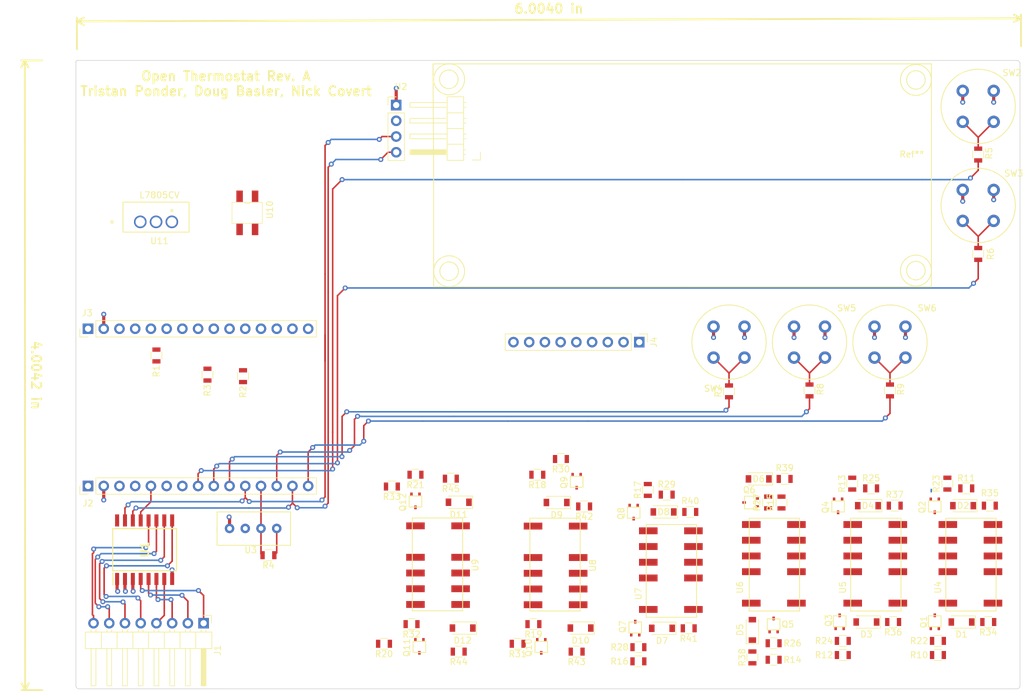
<source format=kicad_pcb>
(kicad_pcb (version 20171130) (host pcbnew "(5.0.0)")
  (layers (0 F.Cu signal) (31 B.Cu signal) (34 B.Paste user) (35 F.Paste user) (36 B.SilkS user) (37 F.SilkS user) (38 B.Mask user) (39 F.Mask user) (44 Edge.Cuts user))
  (net 0 "")
  (net 1 "Net-(D1-Pad1)")
  (net 2 "Net-(D1-Pad2)")
  (net 3 "Net-(D2-Pad2)")
  (net 4 "Net-(D2-Pad1)")
  (net 5 "Net-(D3-Pad1)")
  (net 6 "Net-(D3-Pad2)")
  (net 7 "Net-(D4-Pad1)")
  (net 8 "Net-(D4-Pad2)")
  (net 9 "Net-(D5-Pad2)")
  (net 10 "Net-(D5-Pad1)")
  (net 11 "Net-(D6-Pad2)")
  (net 12 "Net-(D6-Pad1)")
  (net 13 "Net-(D7-Pad2)")
  (net 14 "Net-(D7-Pad1)")
  (net 15 "Net-(D8-Pad1)")
  (net 16 "Net-(D8-Pad2)")
  (net 17 "Net-(D9-Pad1)")
  (net 18 "Net-(D9-Pad2)")
  (net 19 "Net-(D10-Pad2)")
  (net 20 "Net-(D10-Pad1)")
  (net 21 "Net-(D11-Pad2)")
  (net 22 "Net-(D11-Pad1)")
  (net 23 "Net-(D12-Pad1)")
  (net 24 "Net-(D12-Pad2)")
  (net 25 "Net-(J1-Pad8)")
  (net 26 "Net-(J1-Pad7)")
  (net 27 "Net-(J1-Pad6)")
  (net 28 "Net-(J1-Pad5)")
  (net 29 "Net-(J1-Pad4)")
  (net 30 "Net-(J1-Pad3)")
  (net 31 "Net-(J1-Pad2)")
  (net 32 "Net-(J1-Pad1)")
  (net 33 "Net-(J2-Pad1)")
  (net 34 GND)
  (net 35 "Net-(J2-Pad3)")
  (net 36 "Net-(J2-Pad4)")
  (net 37 "Net-(J2-Pad5)")
  (net 38 "Net-(J2-Pad11)")
  (net 39 "Net-(J2-Pad14)")
  (net 40 "Net-(J2-Pad8)")
  (net 41 "Net-(J2-Pad9)")
  (net 42 "Net-(J2-Pad10)")
  (net 43 "Net-(J2-Pad12)")
  (net 44 "Net-(J2-Pad13)")
  (net 45 "Net-(J2-Pad15)")
  (net 46 "Net-(J3-Pad15)")
  (net 47 "Net-(J3-Pad14)")
  (net 48 "Net-(J3-Pad13)")
  (net 49 "Net-(J3-Pad12)")
  (net 50 "Net-(J3-Pad11)")
  (net 51 "Net-(J3-Pad10)")
  (net 52 "Net-(J3-Pad9)")
  (net 53 "Net-(J3-Pad8)")
  (net 54 "Net-(J3-Pad7)")
  (net 55 "Net-(J3-Pad6)")
  (net 56 "Net-(J3-Pad5)")
  (net 57 "Net-(J3-Pad4)")
  (net 58 "Net-(J3-Pad3)")
  (net 59 +5V)
  (net 60 "Net-(J4-Pad8)")
  (net 61 "Net-(J4-Pad7)")
  (net 62 "Net-(J4-Pad6)")
  (net 63 "Net-(J4-Pad5)")
  (net 64 "Net-(J4-Pad4)")
  (net 65 "Net-(J4-Pad3)")
  (net 66 /R)
  (net 67 /RC)
  (net 68 "Net-(Q1-Pad2)")
  (net 69 "Net-(Q2-Pad2)")
  (net 70 "Net-(Q3-Pad2)")
  (net 71 "Net-(Q4-Pad2)")
  (net 72 "Net-(Q5-Pad2)")
  (net 73 "Net-(Q6-Pad2)")
  (net 74 "Net-(Q7-Pad2)")
  (net 75 "Net-(Q8-Pad2)")
  (net 76 "Net-(Q9-Pad2)")
  (net 77 "Net-(Q10-Pad2)")
  (net 78 "Net-(Q11-Pad2)")
  (net 79 "Net-(Q12-Pad2)")
  (net 80 "Net-(R5-Pad2)")
  (net 81 "Net-(R6-Pad2)")
  (net 82 "Net-(R7-Pad2)")
  (net 83 "Net-(R8-Pad2)")
  (net 84 "Net-(R9-Pad2)")
  (net 85 "Net-(U4-Pad10)")
  (net 86 "Net-(U4-Pad3)")
  (net 87 "Net-(U5-Pad3)")
  (net 88 "Net-(U5-Pad10)")
  (net 89 "Net-(U6-Pad3)")
  (net 90 "Net-(U6-Pad10)")
  (net 91 "Net-(U7-Pad3)")
  (net 92 "Net-(U7-Pad10)")
  (net 93 "Net-(U8-Pad10)")
  (net 94 "Net-(U8-Pad3)")
  (net 95 "Net-(U9-Pad10)")
  (net 96 "Net-(U9-Pad3)")
  (net 97 "Net-(J2-Pad6)")
  (net 98 "Net-(J2-Pad7)")
  (net 99 "Net-(U10-Pad4)")
  (net 100 /V+)
  (module SeniorDesign:Pushbutton-KS-01Q-01 (layer F.Cu) (at 194.25 83.42)
    (fp_text reference SW3 (at 8.25 -7.67) (layer F.SilkS))
    (fp_text value SW_Push)
    (pad 1 thru_hole circle (at 0 0) (size 2 2) (drill 1.1) (layers *.Cu *.Mask) (net 81 "Net-(R6-Pad2)"))
    (pad 1 thru_hole circle (at 5 0) (size 2 2) (drill 1.1) (layers *.Cu *.Mask) (net 81 "Net-(R6-Pad2)"))
    (pad 2 thru_hole circle (at 0 -5) (size 2 2) (drill 1.1) (layers *.Cu *.Mask) (net 34 GND))
    (pad 2 thru_hole circle (at 5 -5) (size 2 2) (drill 1.1) (layers *.Cu *.Mask) (net 34 GND))
  )
  (module SeniorDesign:Pushbutton-KS-01Q-01 (layer F.Cu) (at 180 105.5)
    (fp_text reference SW6 (at 8.5 -8) (layer F.SilkS))
    (fp_text value SW_Push)
    (pad 1 thru_hole circle (at 0 0) (size 2 2) (drill 1.1) (layers *.Cu *.Mask) (net 84 "Net-(R9-Pad2)"))
    (pad 1 thru_hole circle (at 5 0) (size 2 2) (drill 1.1) (layers *.Cu *.Mask) (net 84 "Net-(R9-Pad2)"))
    (pad 2 thru_hole circle (at 0 -5) (size 2 2) (drill 1.1) (layers *.Cu *.Mask) (net 34 GND))
    (pad 2 thru_hole circle (at 5 -5) (size 2 2) (drill 1.1) (layers *.Cu *.Mask) (net 34 GND))
  )
  (module Resistors_SMD:R_0805 (layer F.Cu) (at 182.5 110.8 90)
    (fp_text reference R9 (at 0.2 1.75 90) (layer F.SilkS))
    (fp_text value 1M)
    (pad 2 smd rect (at 0.95 0 90) (size 0.7 1.3) (layers F.Cu F.Paste F.Mask) (net 84 "Net-(R9-Pad2)"))
    (pad 1 smd rect (at -0.95 0 90) (size 0.7 1.3) (layers F.Cu F.Paste F.Mask) (net 45 "Net-(J2-Pad15)"))
  )
  (module Pin_Headers:Pin_Header_Straight_1x04_Pitch2.54mm (layer F.Cu) (at 102.74 64.71)
    (fp_text reference U2 (at 0.76 -2.96) (layer F.SilkS))
    (fp_text value LCD)
    (pad 3 thru_hole oval (at 0 7.62) (size 1.7 1.7) (drill 1) (layers *.Cu *.Mask) (net 39 "Net-(J2-Pad14)"))
    (pad 4 thru_hole oval (at 0 5.08) (size 1.7 1.7) (drill 1) (layers *.Cu *.Mask) (net 38 "Net-(J2-Pad11)"))
    (pad 1 thru_hole oval (at 0 2.54) (size 1.7 1.7) (drill 1) (layers *.Cu *.Mask) (net 59 +5V))
    (pad 2 thru_hole rect (at 0 0) (size 1.7 1.7) (drill 1) (layers *.Cu *.Mask) (net 34 GND))
  )
  (module SeniorDesignLibrary:LCD (layer F.Cu) (at 149.188 76.0468)
    (fp_text reference Ref** (at 36.8425 -3.394) (layer F.SilkS))
    (fp_text value Pin_Header_Angled_1x04_Pitch2.54mm)
  )
  (module Pin_Headers:Pin_Header_Straight_1x15_Pitch2.54mm (layer F.Cu) (at 52.959 126.238 90)
    (fp_text reference J2 (at -2.794 0) (layer F.SilkS))
    (fp_text value Conn_01x15_Female)
    (pad 1 thru_hole rect (at 0 0 90) (size 1.7 1.7) (drill 1) (layers *.Cu *.Mask) (net 33 "Net-(J2-Pad1)"))
    (pad 2 thru_hole oval (at 0 2.54 90) (size 1.7 1.7) (drill 1) (layers *.Cu *.Mask) (net 34 GND))
    (pad 3 thru_hole oval (at 0 5.08 90) (size 1.7 1.7) (drill 1) (layers *.Cu *.Mask) (net 35 "Net-(J2-Pad3)"))
    (pad 4 thru_hole oval (at 0 7.62 90) (size 1.7 1.7) (drill 1) (layers *.Cu *.Mask) (net 36 "Net-(J2-Pad4)"))
    (pad 5 thru_hole oval (at 0 10.16 90) (size 1.7 1.7) (drill 1) (layers *.Cu *.Mask) (net 37 "Net-(J2-Pad5)"))
    (pad 6 thru_hole oval (at 0 12.7 90) (size 1.7 1.7) (drill 1) (layers *.Cu *.Mask) (net 97 "Net-(J2-Pad6)"))
    (pad 7 thru_hole oval (at 0 15.24 90) (size 1.7 1.7) (drill 1) (layers *.Cu *.Mask) (net 98 "Net-(J2-Pad7)"))
    (pad 8 thru_hole oval (at 0 17.78 90) (size 1.7 1.7) (drill 1) (layers *.Cu *.Mask) (net 40 "Net-(J2-Pad8)"))
    (pad 9 thru_hole oval (at 0 20.32 90) (size 1.7 1.7) (drill 1) (layers *.Cu *.Mask) (net 41 "Net-(J2-Pad9)"))
    (pad 10 thru_hole oval (at 0 22.86 90) (size 1.7 1.7) (drill 1) (layers *.Cu *.Mask) (net 42 "Net-(J2-Pad10)"))
    (pad 11 thru_hole oval (at 0 25.4 90) (size 1.7 1.7) (drill 1) (layers *.Cu *.Mask) (net 38 "Net-(J2-Pad11)"))
    (pad 12 thru_hole oval (at 0 27.94 90) (size 1.7 1.7) (drill 1) (layers *.Cu *.Mask) (net 43 "Net-(J2-Pad12)"))
    (pad 13 thru_hole oval (at 0 30.48 90) (size 1.7 1.7) (drill 1) (layers *.Cu *.Mask) (net 44 "Net-(J2-Pad13)"))
    (pad 14 thru_hole oval (at 0 33.02 90) (size 1.7 1.7) (drill 1) (layers *.Cu *.Mask) (net 39 "Net-(J2-Pad14)"))
    (pad 15 thru_hole oval (at 0 35.56 90) (size 1.7 1.7) (drill 1) (layers *.Cu *.Mask) (net 45 "Net-(J2-Pad15)"))
  )
  (module Pin_Headers:Pin_Header_Straight_1x15_Pitch2.54mm (layer F.Cu) (at 52.959 100.838 90)
    (fp_text reference J3 (at 2.54 -0.127) (layer F.SilkS))
    (fp_text value Conn_01x15_Female)
    (pad 15 thru_hole oval (at 0 35.56 90) (size 1.7 1.7) (drill 1) (layers *.Cu *.Mask) (net 46 "Net-(J3-Pad15)"))
    (pad 14 thru_hole oval (at 0 33.02 90) (size 1.7 1.7) (drill 1) (layers *.Cu *.Mask) (net 47 "Net-(J3-Pad14)"))
    (pad 13 thru_hole oval (at 0 30.48 90) (size 1.7 1.7) (drill 1) (layers *.Cu *.Mask) (net 48 "Net-(J3-Pad13)"))
    (pad 12 thru_hole oval (at 0 27.94 90) (size 1.7 1.7) (drill 1) (layers *.Cu *.Mask) (net 49 "Net-(J3-Pad12)"))
    (pad 11 thru_hole oval (at 0 25.4 90) (size 1.7 1.7) (drill 1) (layers *.Cu *.Mask) (net 50 "Net-(J3-Pad11)"))
    (pad 10 thru_hole oval (at 0 22.86 90) (size 1.7 1.7) (drill 1) (layers *.Cu *.Mask) (net 51 "Net-(J3-Pad10)"))
    (pad 9 thru_hole oval (at 0 20.32 90) (size 1.7 1.7) (drill 1) (layers *.Cu *.Mask) (net 52 "Net-(J3-Pad9)"))
    (pad 8 thru_hole oval (at 0 17.78 90) (size 1.7 1.7) (drill 1) (layers *.Cu *.Mask) (net 53 "Net-(J3-Pad8)"))
    (pad 7 thru_hole oval (at 0 15.24 90) (size 1.7 1.7) (drill 1) (layers *.Cu *.Mask) (net 54 "Net-(J3-Pad7)"))
    (pad 6 thru_hole oval (at 0 12.7 90) (size 1.7 1.7) (drill 1) (layers *.Cu *.Mask) (net 55 "Net-(J3-Pad6)"))
    (pad 5 thru_hole oval (at 0 10.16 90) (size 1.7 1.7) (drill 1) (layers *.Cu *.Mask) (net 56 "Net-(J3-Pad5)"))
    (pad 4 thru_hole oval (at 0 7.62 90) (size 1.7 1.7) (drill 1) (layers *.Cu *.Mask) (net 57 "Net-(J3-Pad4)"))
    (pad 3 thru_hole oval (at 0 5.08 90) (size 1.7 1.7) (drill 1) (layers *.Cu *.Mask) (net 58 "Net-(J3-Pad3)"))
    (pad 2 thru_hole oval (at 0 2.54 90) (size 1.7 1.7) (drill 1) (layers *.Cu *.Mask) (net 34 GND))
    (pad 1 thru_hole rect (at 0 0 90) (size 1.7 1.7) (drill 1) (layers *.Cu *.Mask) (net 59 +5V))
  )
  (module SeniorDesign:MCH3484-N-Channel-Mosfet (layer F.Cu) (at 189.738 149.225)
    (fp_text reference Q1 (at -1.778 -1.016 90) (layer F.SilkS))
    (fp_text value Q_NMOS_DGS)
    (pad 3 smd rect (at 0.65 0) (size 0.4 0.6) (layers F.Cu F.Paste F.Mask) (net 34 GND))
    (pad 2 smd rect (at -0.65 0) (size 0.4 0.6) (layers F.Cu F.Paste F.Mask) (net 68 "Net-(Q1-Pad2)"))
    (pad 1 smd rect (at 0 -2.1) (size 0.4 0.6) (layers F.Cu F.Paste F.Mask) (net 2 "Net-(D1-Pad2)"))
  )
  (module SeniorDesign:MCH3484-N-Channel-Mosfet (layer F.Cu) (at 189.738 128.397 180)
    (fp_text reference Q2 (at 2.032 -1.27 270) (layer F.SilkS))
    (fp_text value Q_NMOS_DGS)
    (pad 3 smd rect (at 0.65 0 180) (size 0.4 0.6) (layers F.Cu F.Paste F.Mask) (net 34 GND))
    (pad 2 smd rect (at -0.65 0 180) (size 0.4 0.6) (layers F.Cu F.Paste F.Mask) (net 69 "Net-(Q2-Pad2)"))
    (pad 1 smd rect (at 0 -2.1 180) (size 0.4 0.6) (layers F.Cu F.Paste F.Mask) (net 3 "Net-(D2-Pad2)"))
  )
  (module SeniorDesign:MCH3484-N-Channel-Mosfet (layer F.Cu) (at 174.371 149.225)
    (fp_text reference Q3 (at -1.778 -1.27 90) (layer F.SilkS))
    (fp_text value Q_NMOS_DGS)
    (pad 1 smd rect (at 0 -2.1) (size 0.4 0.6) (layers F.Cu F.Paste F.Mask) (net 6 "Net-(D3-Pad2)"))
    (pad 2 smd rect (at -0.65 0) (size 0.4 0.6) (layers F.Cu F.Paste F.Mask) (net 70 "Net-(Q3-Pad2)"))
    (pad 3 smd rect (at 0.65 0) (size 0.4 0.6) (layers F.Cu F.Paste F.Mask) (net 34 GND))
  )
  (module SeniorDesign:MCH3484-N-Channel-Mosfet (layer F.Cu) (at 174.117 128.397 180)
    (fp_text reference Q4 (at 2.032 -1.27 270) (layer F.SilkS))
    (fp_text value Q_NMOS_DGS)
    (pad 3 smd rect (at 0.65 0 180) (size 0.4 0.6) (layers F.Cu F.Paste F.Mask) (net 34 GND))
    (pad 2 smd rect (at -0.65 0 180) (size 0.4 0.6) (layers F.Cu F.Paste F.Mask) (net 71 "Net-(Q4-Pad2)"))
    (pad 1 smd rect (at 0 -2.1 180) (size 0.4 0.6) (layers F.Cu F.Paste F.Mask) (net 8 "Net-(D4-Pad2)"))
  )
  (module SeniorDesign:MCH3484-N-Channel-Mosfet (layer F.Cu) (at 163.703 149.733)
    (fp_text reference Q5 (at 2.286 -1.143 180) (layer F.SilkS))
    (fp_text value Q_NMOS_DGS)
    (pad 1 smd rect (at 0 -2.1) (size 0.4 0.6) (layers F.Cu F.Paste F.Mask) (net 9 "Net-(D5-Pad2)"))
    (pad 2 smd rect (at -0.65 0) (size 0.4 0.6) (layers F.Cu F.Paste F.Mask) (net 72 "Net-(Q5-Pad2)"))
    (pad 3 smd rect (at 0.65 0) (size 0.4 0.6) (layers F.Cu F.Paste F.Mask) (net 34 GND))
  )
  (module SeniorDesign:MCH3484-N-Channel-Mosfet (layer F.Cu) (at 161.036 128.905 90)
    (fp_text reference Q6 (at 2.032 -1.27 180) (layer F.SilkS))
    (fp_text value Q_NMOS_DGS)
    (pad 1 smd rect (at 0 -2.1 90) (size 0.4 0.6) (layers F.Cu F.Paste F.Mask) (net 11 "Net-(D6-Pad2)"))
    (pad 2 smd rect (at -0.65 0 90) (size 0.4 0.6) (layers F.Cu F.Paste F.Mask) (net 73 "Net-(Q6-Pad2)"))
    (pad 3 smd rect (at 0.65 0 90) (size 0.4 0.6) (layers F.Cu F.Paste F.Mask) (net 34 GND))
  )
  (module SeniorDesign:MCH3484-N-Channel-Mosfet (layer F.Cu) (at 141.351 150.241)
    (fp_text reference Q7 (at -2.032 -1.27 90) (layer F.SilkS))
    (fp_text value Q_NMOS_DGS)
    (pad 1 smd rect (at 0 -2.1) (size 0.4 0.6) (layers F.Cu F.Paste F.Mask) (net 13 "Net-(D7-Pad2)"))
    (pad 2 smd rect (at -0.65 0) (size 0.4 0.6) (layers F.Cu F.Paste F.Mask) (net 74 "Net-(Q7-Pad2)"))
    (pad 3 smd rect (at 0.65 0) (size 0.4 0.6) (layers F.Cu F.Paste F.Mask) (net 34 GND))
  )
  (module SeniorDesign:MCH3484-N-Channel-Mosfet (layer F.Cu) (at 141.097 129.413 180)
    (fp_text reference Q8 (at 2.032 -1.27 270) (layer F.SilkS))
    (fp_text value Q_NMOS_DGS)
    (pad 1 smd rect (at 0 -2.1 180) (size 0.4 0.6) (layers F.Cu F.Paste F.Mask) (net 16 "Net-(D8-Pad2)"))
    (pad 2 smd rect (at -0.65 0 180) (size 0.4 0.6) (layers F.Cu F.Paste F.Mask) (net 75 "Net-(Q8-Pad2)"))
    (pad 3 smd rect (at 0.65 0 180) (size 0.4 0.6) (layers F.Cu F.Paste F.Mask) (net 34 GND))
  )
  (module SeniorDesign:MCH3484-N-Channel-Mosfet (layer F.Cu) (at 131.8862 124.4192 180)
    (fp_text reference Q9 (at 2.032 -1.27 270) (layer F.SilkS))
    (fp_text value Q_NMOS_DGS)
    (pad 3 smd rect (at 0.65 0 180) (size 0.4 0.6) (layers F.Cu F.Paste F.Mask) (net 34 GND))
    (pad 2 smd rect (at -0.65 0 180) (size 0.4 0.6) (layers F.Cu F.Paste F.Mask) (net 76 "Net-(Q9-Pad2)"))
    (pad 1 smd rect (at 0 -2.1 180) (size 0.4 0.6) (layers F.Cu F.Paste F.Mask) (net 18 "Net-(D9-Pad2)"))
  )
  (module SeniorDesign:MCH3484-N-Channel-Mosfet (layer F.Cu) (at 126.1712 151.0892 180)
    (fp_text reference Q10 (at 2.032 -1.27 270) (layer F.SilkS))
    (fp_text value Q_NMOS_DGS)
    (pad 3 smd rect (at 0.65 0 180) (size 0.4 0.6) (layers F.Cu F.Paste F.Mask) (net 34 GND))
    (pad 2 smd rect (at -0.65 0 180) (size 0.4 0.6) (layers F.Cu F.Paste F.Mask) (net 77 "Net-(Q10-Pad2)"))
    (pad 1 smd rect (at 0 -2.1 180) (size 0.4 0.6) (layers F.Cu F.Paste F.Mask) (net 19 "Net-(D10-Pad2)"))
  )
  (module SeniorDesign:MCH3484-N-Channel-Mosfet (layer F.Cu) (at 106.4862 151.0892 180)
    (fp_text reference Q11 (at 2.032 -1.27 270) (layer F.SilkS))
    (fp_text value Q_NMOS_DGS)
    (pad 3 smd rect (at 0.65 0 180) (size 0.4 0.6) (layers F.Cu F.Paste F.Mask) (net 34 GND))
    (pad 2 smd rect (at -0.65 0 180) (size 0.4 0.6) (layers F.Cu F.Paste F.Mask) (net 78 "Net-(Q11-Pad2)"))
    (pad 1 smd rect (at 0 -2.1 180) (size 0.4 0.6) (layers F.Cu F.Paste F.Mask) (net 21 "Net-(D11-Pad2)"))
  )
  (module SeniorDesign:MCH3484-N-Channel-Mosfet (layer F.Cu) (at 105.8512 127.5942 180)
    (fp_text reference Q12 (at 2.032 -1.27 270) (layer F.SilkS))
    (fp_text value Q_NMOS_DGS)
    (pad 1 smd rect (at 0 -2.1 180) (size 0.4 0.6) (layers F.Cu F.Paste F.Mask) (net 24 "Net-(D12-Pad2)"))
    (pad 2 smd rect (at -0.65 0 180) (size 0.4 0.6) (layers F.Cu F.Paste F.Mask) (net 79 "Net-(Q12-Pad2)"))
    (pad 3 smd rect (at 0.65 0 180) (size 0.4 0.6) (layers F.Cu F.Paste F.Mask) (net 34 GND))
  )
  (module Resistors_SMD:R_0805 (layer F.Cu) (at 64.008 105.156 270)
    (fp_text reference R1 (at 2.54 0 270) (layer F.SilkS))
    (fp_text value 10k)
    (pad 1 smd rect (at -0.95 0 270) (size 0.7 1.3) (layers F.Cu F.Paste F.Mask) (net 37 "Net-(J2-Pad5)"))
    (pad 2 smd rect (at 0.95 0 270) (size 0.7 1.3) (layers F.Cu F.Paste F.Mask) (net 59 +5V))
  )
  (module Resistors_SMD:R_0805 (layer F.Cu) (at 78 108.5 270)
    (fp_text reference R2 (at 2.54 0 270) (layer F.SilkS))
    (fp_text value 10k)
    (pad 2 smd rect (at 0.95 0 270) (size 0.7 1.3) (layers F.Cu F.Paste F.Mask) (net 59 +5V))
    (pad 1 smd rect (at -0.95 0 270) (size 0.7 1.3) (layers F.Cu F.Paste F.Mask) (net 38 "Net-(J2-Pad11)"))
  )
  (module Resistors_SMD:R_0805 (layer F.Cu) (at 72.25 108.25 90)
    (fp_text reference R3 (at -2.54 0 90) (layer F.SilkS))
    (fp_text value 10k)
    (pad 1 smd rect (at -0.95 0 90) (size 0.7 1.3) (layers F.Cu F.Paste F.Mask) (net 59 +5V))
    (pad 2 smd rect (at 0.95 0 90) (size 0.7 1.3) (layers F.Cu F.Paste F.Mask) (net 39 "Net-(J2-Pad14)"))
  )
  (module Resistors_SMD:R_0805 (layer F.Cu) (at 82.103 137.414 180)
    (fp_text reference R4 (at 0 -1.65 180) (layer F.SilkS))
    (fp_text value 5k)
    (pad 2 smd rect (at 0.95 0 180) (size 0.7 1.3) (layers F.Cu F.Paste F.Mask) (net 43 "Net-(J2-Pad12)"))
    (pad 1 smd rect (at -0.95 0 180) (size 0.7 1.3) (layers F.Cu F.Paste F.Mask) (net 59 +5V))
  )
  (module Resistors_SMD:R_0805 (layer F.Cu) (at 196.75 72.7 90)
    (fp_text reference R5 (at 0.2 1.75 90) (layer F.SilkS))
    (fp_text value 1M)
    (pad 1 smd rect (at -0.95 0 90) (size 0.7 1.3) (layers F.Cu F.Paste F.Mask) (net 40 "Net-(J2-Pad8)"))
    (pad 2 smd rect (at 0.95 0 90) (size 0.7 1.3) (layers F.Cu F.Paste F.Mask) (net 80 "Net-(R5-Pad2)"))
  )
  (module Resistors_SMD:R_0805 (layer F.Cu) (at 196.75 88.75 90)
    (fp_text reference R6 (at 0 2 90) (layer F.SilkS))
    (fp_text value 1M)
    (pad 2 smd rect (at 0.95 0 90) (size 0.7 1.3) (layers F.Cu F.Paste F.Mask) (net 81 "Net-(R6-Pad2)"))
    (pad 1 smd rect (at -0.95 0 90) (size 0.7 1.3) (layers F.Cu F.Paste F.Mask) (net 41 "Net-(J2-Pad9)"))
  )
  (module Resistors_SMD:R_0805 (layer F.Cu) (at 156.5 110.95 90)
    (fp_text reference R7 (at 0 -1.75 90) (layer F.SilkS))
    (fp_text value 1M)
    (pad 1 smd rect (at -0.95 0 90) (size 0.7 1.3) (layers F.Cu F.Paste F.Mask) (net 42 "Net-(J2-Pad10)"))
    (pad 2 smd rect (at 0.95 0 90) (size 0.7 1.3) (layers F.Cu F.Paste F.Mask) (net 82 "Net-(R7-Pad2)"))
  )
  (module Resistors_SMD:R_0805 (layer F.Cu) (at 169.5 110.8 90)
    (fp_text reference R8 (at 0.2 1.75 90) (layer F.SilkS))
    (fp_text value 1M)
    (pad 2 smd rect (at 0.95 0 90) (size 0.7 1.3) (layers F.Cu F.Paste F.Mask) (net 83 "Net-(R8-Pad2)"))
    (pad 1 smd rect (at -0.95 0 90) (size 0.7 1.3) (layers F.Cu F.Paste F.Mask) (net 44 "Net-(J2-Pad13)"))
  )
  (module Resistors_SMD:R_0805 (layer F.Cu) (at 190.246 153.543)
    (fp_text reference R10 (at -3.048 0) (layer F.SilkS))
    (fp_text value 100)
    (pad 1 smd rect (at -0.95 0) (size 0.7 1.3) (layers F.Cu F.Paste F.Mask) (net 68 "Net-(Q1-Pad2)"))
    (pad 2 smd rect (at 0.95 0) (size 0.7 1.3) (layers F.Cu F.Paste F.Mask) (net 36 "Net-(J2-Pad4)"))
  )
  (module Resistors_SMD:R_0805 (layer F.Cu) (at 194.818 126.619)
    (fp_text reference R11 (at 0 -1.65) (layer F.SilkS))
    (fp_text value 100)
    (pad 1 smd rect (at -0.95 0) (size 0.7 1.3) (layers F.Cu F.Paste F.Mask) (net 69 "Net-(Q2-Pad2)"))
    (pad 2 smd rect (at 0.95 0) (size 0.7 1.3) (layers F.Cu F.Paste F.Mask) (net 35 "Net-(J2-Pad3)"))
  )
  (module Resistors_SMD:R_0805 (layer F.Cu) (at 174.879 153.543)
    (fp_text reference R12 (at -3.048 0) (layer F.SilkS))
    (fp_text value 100)
    (pad 1 smd rect (at -0.95 0) (size 0.7 1.3) (layers F.Cu F.Paste F.Mask) (net 70 "Net-(Q3-Pad2)"))
    (pad 2 smd rect (at 0.95 0) (size 0.7 1.3) (layers F.Cu F.Paste F.Mask) (net 58 "Net-(J3-Pad3)"))
  )
  (module Resistors_SMD:R_0805 (layer F.Cu) (at 176.403 125.857 90)
    (fp_text reference R13 (at 0 -1.65 90) (layer F.SilkS))
    (fp_text value 100)
    (pad 1 smd rect (at -0.95 0 90) (size 0.7 1.3) (layers F.Cu F.Paste F.Mask) (net 71 "Net-(Q4-Pad2)"))
    (pad 2 smd rect (at 0.95 0 90) (size 0.7 1.3) (layers F.Cu F.Paste F.Mask) (net 57 "Net-(J3-Pad4)"))
  )
  (module Resistors_SMD:R_0805 (layer F.Cu) (at 163.703 154.305)
    (fp_text reference R14 (at 3.048 0) (layer F.SilkS))
    (fp_text value 100)
    (pad 1 smd rect (at -0.95 0) (size 0.7 1.3) (layers F.Cu F.Paste F.Mask) (net 72 "Net-(Q5-Pad2)"))
    (pad 2 smd rect (at 0.95 0) (size 0.7 1.3) (layers F.Cu F.Paste F.Mask) (net 56 "Net-(J3-Pad5)"))
  )
  (module Resistors_SMD:R_0805 (layer F.Cu) (at 164.973 128.905 90)
    (fp_text reference R15 (at 0 -1.778 90) (layer F.SilkS))
    (fp_text value 100)
    (pad 1 smd rect (at -0.95 0 90) (size 0.7 1.3) (layers F.Cu F.Paste F.Mask) (net 73 "Net-(Q6-Pad2)"))
    (pad 2 smd rect (at 0.95 0 90) (size 0.7 1.3) (layers F.Cu F.Paste F.Mask) (net 55 "Net-(J3-Pad6)"))
  )
  (module Resistors_SMD:R_0805 (layer F.Cu) (at 141.859 154.559)
    (fp_text reference R16 (at -3.048 0) (layer F.SilkS))
    (fp_text value 100)
    (pad 2 smd rect (at 0.95 0) (size 0.7 1.3) (layers F.Cu F.Paste F.Mask) (net 54 "Net-(J3-Pad7)"))
    (pad 1 smd rect (at -0.95 0) (size 0.7 1.3) (layers F.Cu F.Paste F.Mask) (net 74 "Net-(Q7-Pad2)"))
  )
  (module Resistors_SMD:R_0805 (layer F.Cu) (at 143.383 126.873 90)
    (fp_text reference R17 (at 0 -1.65 90) (layer F.SilkS))
    (fp_text value 100)
    (pad 2 smd rect (at 0.95 0 90) (size 0.7 1.3) (layers F.Cu F.Paste F.Mask) (net 53 "Net-(J3-Pad8)"))
    (pad 1 smd rect (at -0.95 0 90) (size 0.7 1.3) (layers F.Cu F.Paste F.Mask) (net 75 "Net-(Q8-Pad2)"))
  )
  (module Resistors_SMD:R_0805 (layer F.Cu) (at 125.5362 124.4192 180)
    (fp_text reference R18 (at 0 -1.65 180) (layer F.SilkS))
    (fp_text value 100)
    (pad 2 smd rect (at 0.95 0 180) (size 0.7 1.3) (layers F.Cu F.Paste F.Mask) (net 52 "Net-(J3-Pad9)"))
    (pad 1 smd rect (at -0.95 0 180) (size 0.7 1.3) (layers F.Cu F.Paste F.Mask) (net 76 "Net-(Q9-Pad2)"))
  )
  (module Resistors_SMD:R_0805 (layer F.Cu) (at 124.9012 148.5492 180)
    (fp_text reference R19 (at 0 -1.65 180) (layer F.SilkS))
    (fp_text value 100)
    (pad 2 smd rect (at 0.95 0 180) (size 0.7 1.3) (layers F.Cu F.Paste F.Mask) (net 51 "Net-(J3-Pad10)"))
    (pad 1 smd rect (at -0.95 0 180) (size 0.7 1.3) (layers F.Cu F.Paste F.Mask) (net 77 "Net-(Q10-Pad2)"))
  )
  (module Resistors_SMD:R_0805 (layer F.Cu) (at 100.7712 151.7242 180)
    (fp_text reference R20 (at 0 -1.65 180) (layer F.SilkS))
    (fp_text value 100)
    (pad 1 smd rect (at -0.95 0 180) (size 0.7 1.3) (layers F.Cu F.Paste F.Mask) (net 78 "Net-(Q11-Pad2)"))
    (pad 2 smd rect (at 0.95 0 180) (size 0.7 1.3) (layers F.Cu F.Paste F.Mask) (net 50 "Net-(J3-Pad11)"))
  )
  (module Resistors_SMD:R_0805 (layer F.Cu) (at 105.8512 124.4192 180)
    (fp_text reference R21 (at 0 -1.65 180) (layer F.SilkS))
    (fp_text value 100)
    (pad 1 smd rect (at -0.95 0 180) (size 0.7 1.3) (layers F.Cu F.Paste F.Mask) (net 79 "Net-(Q12-Pad2)"))
    (pad 2 smd rect (at 0.95 0 180) (size 0.7 1.3) (layers F.Cu F.Paste F.Mask) (net 49 "Net-(J3-Pad12)"))
  )
  (module Resistors_SMD:R_0805 (layer F.Cu) (at 190.246 151.257)
    (fp_text reference R22 (at -3.048 0) (layer F.SilkS))
    (fp_text value 1M)
    (pad 2 smd rect (at 0.95 0) (size 0.7 1.3) (layers F.Cu F.Paste F.Mask) (net 34 GND))
    (pad 1 smd rect (at -0.95 0) (size 0.7 1.3) (layers F.Cu F.Paste F.Mask) (net 68 "Net-(Q1-Pad2)"))
  )
  (module Resistors_SMD:R_0805 (layer F.Cu) (at 191.77 125.857 90)
    (fp_text reference R23 (at 0 -1.778 90) (layer F.SilkS))
    (fp_text value 1M)
    (pad 2 smd rect (at 0.95 0 90) (size 0.7 1.3) (layers F.Cu F.Paste F.Mask) (net 34 GND))
    (pad 1 smd rect (at -0.95 0 90) (size 0.7 1.3) (layers F.Cu F.Paste F.Mask) (net 69 "Net-(Q2-Pad2)"))
  )
  (module Resistors_SMD:R_0805 (layer F.Cu) (at 174.879 151.257)
    (fp_text reference R24 (at -3.048 0) (layer F.SilkS))
    (fp_text value 1M)
    (pad 2 smd rect (at 0.95 0) (size 0.7 1.3) (layers F.Cu F.Paste F.Mask) (net 34 GND))
    (pad 1 smd rect (at -0.95 0) (size 0.7 1.3) (layers F.Cu F.Paste F.Mask) (net 70 "Net-(Q3-Pad2)"))
  )
  (module Resistors_SMD:R_0805 (layer F.Cu) (at 179.451 126.619)
    (fp_text reference R25 (at 0 -1.65) (layer F.SilkS))
    (fp_text value 1M)
    (pad 2 smd rect (at 0.95 0) (size 0.7 1.3) (layers F.Cu F.Paste F.Mask) (net 34 GND))
    (pad 1 smd rect (at -0.95 0) (size 0.7 1.3) (layers F.Cu F.Paste F.Mask) (net 71 "Net-(Q4-Pad2)"))
  )
  (module Resistors_SMD:R_0805 (layer F.Cu) (at 163.703 151.638)
    (fp_text reference R26 (at 3.048 0) (layer F.SilkS))
    (fp_text value 1M)
    (pad 2 smd rect (at 0.95 0) (size 0.7 1.3) (layers F.Cu F.Paste F.Mask) (net 34 GND))
    (pad 1 smd rect (at -0.95 0) (size 0.7 1.3) (layers F.Cu F.Paste F.Mask) (net 72 "Net-(Q5-Pad2)"))
  )
  (module Resistors_SMD:R_0805 (layer F.Cu) (at 162.814 128.905 90)
    (fp_text reference R27 (at 0 -1.778 90) (layer F.SilkS))
    (fp_text value 1M)
    (pad 2 smd rect (at 0.95 0 90) (size 0.7 1.3) (layers F.Cu F.Paste F.Mask) (net 34 GND))
    (pad 1 smd rect (at -0.95 0 90) (size 0.7 1.3) (layers F.Cu F.Paste F.Mask) (net 73 "Net-(Q6-Pad2)"))
  )
  (module Resistors_SMD:R_0805 (layer F.Cu) (at 141.859 152.273)
    (fp_text reference R28 (at -3.048 0) (layer F.SilkS))
    (fp_text value 1M)
    (pad 1 smd rect (at -0.95 0) (size 0.7 1.3) (layers F.Cu F.Paste F.Mask) (net 74 "Net-(Q7-Pad2)"))
    (pad 2 smd rect (at 0.95 0) (size 0.7 1.3) (layers F.Cu F.Paste F.Mask) (net 34 GND))
  )
  (module Resistors_SMD:R_0805 (layer F.Cu) (at 146.431 127.635)
    (fp_text reference R29 (at 0 -1.65) (layer F.SilkS))
    (fp_text value 1M)
    (pad 1 smd rect (at -0.95 0) (size 0.7 1.3) (layers F.Cu F.Paste F.Mask) (net 75 "Net-(Q8-Pad2)"))
    (pad 2 smd rect (at 0.95 0) (size 0.7 1.3) (layers F.Cu F.Paste F.Mask) (net 34 GND))
  )
  (module Resistors_SMD:R_0805 (layer F.Cu) (at 129.3462 121.8792 180)
    (fp_text reference R30 (at 0 -1.65 180) (layer F.SilkS))
    (fp_text value 1M)
    (pad 1 smd rect (at -0.95 0 180) (size 0.7 1.3) (layers F.Cu F.Paste F.Mask) (net 76 "Net-(Q9-Pad2)"))
    (pad 2 smd rect (at 0.95 0 180) (size 0.7 1.3) (layers F.Cu F.Paste F.Mask) (net 34 GND))
  )
  (module Resistors_SMD:R_0805 (layer F.Cu) (at 122.3612 151.7242 180)
    (fp_text reference R31 (at 0 -1.65 180) (layer F.SilkS))
    (fp_text value 1M)
    (pad 2 smd rect (at 0.95 0 180) (size 0.7 1.3) (layers F.Cu F.Paste F.Mask) (net 34 GND))
    (pad 1 smd rect (at -0.95 0 180) (size 0.7 1.3) (layers F.Cu F.Paste F.Mask) (net 77 "Net-(Q10-Pad2)"))
  )
  (module Resistors_SMD:R_0805 (layer F.Cu) (at 105.2162 148.5492 180)
    (fp_text reference R32 (at 0 -1.65 180) (layer F.SilkS))
    (fp_text value 1M)
    (pad 1 smd rect (at -0.95 0 180) (size 0.7 1.3) (layers F.Cu F.Paste F.Mask) (net 78 "Net-(Q11-Pad2)"))
    (pad 2 smd rect (at 0.95 0 180) (size 0.7 1.3) (layers F.Cu F.Paste F.Mask) (net 34 GND))
  )
  (module Resistors_SMD:R_0805 (layer F.Cu) (at 102.0412 126.3242 180)
    (fp_text reference R33 (at 0 -1.65 180) (layer F.SilkS))
    (fp_text value 1M)
    (pad 2 smd rect (at 0.95 0 180) (size 0.7 1.3) (layers F.Cu F.Paste F.Mask) (net 34 GND))
    (pad 1 smd rect (at -0.95 0 180) (size 0.7 1.3) (layers F.Cu F.Paste F.Mask) (net 79 "Net-(Q12-Pad2)"))
  )
  (module Resistors_SMD:R_0805 (layer F.Cu) (at 198.374 148.209 180)
    (fp_text reference R34 (at 0 -1.65 180) (layer F.SilkS))
    (fp_text value 100)
    (pad 2 smd rect (at 0.95 0 180) (size 0.7 1.3) (layers F.Cu F.Paste F.Mask) (net 1 "Net-(D1-Pad1)"))
    (pad 1 smd rect (at -0.95 0 180) (size 0.7 1.3) (layers F.Cu F.Paste F.Mask) (net 59 +5V))
  )
  (module Resistors_SMD:R_0805 (layer F.Cu) (at 198.628 129.413 180)
    (fp_text reference R35 (at 0 2.032 180) (layer F.SilkS))
    (fp_text value 100)
    (pad 1 smd rect (at -0.95 0 180) (size 0.7 1.3) (layers F.Cu F.Paste F.Mask) (net 59 +5V))
    (pad 2 smd rect (at 0.95 0 180) (size 0.7 1.3) (layers F.Cu F.Paste F.Mask) (net 4 "Net-(D2-Pad1)"))
  )
  (module Resistors_SMD:R_0805 (layer F.Cu) (at 183.007 148.209 180)
    (fp_text reference R36 (at 0 -1.65 180) (layer F.SilkS))
    (fp_text value 100)
    (pad 1 smd rect (at -0.95 0 180) (size 0.7 1.3) (layers F.Cu F.Paste F.Mask) (net 59 +5V))
    (pad 2 smd rect (at 0.95 0 180) (size 0.7 1.3) (layers F.Cu F.Paste F.Mask) (net 5 "Net-(D3-Pad1)"))
  )
  (module Resistors_SMD:R_0805 (layer F.Cu) (at 183.261 129.413 180)
    (fp_text reference R37 (at 0 1.778 180) (layer F.SilkS))
    (fp_text value 100)
    (pad 2 smd rect (at 0.95 0 180) (size 0.7 1.3) (layers F.Cu F.Paste F.Mask) (net 7 "Net-(D4-Pad1)"))
    (pad 1 smd rect (at -0.95 0 180) (size 0.7 1.3) (layers F.Cu F.Paste F.Mask) (net 59 +5V))
  )
  (module Resistors_SMD:R_0805 (layer F.Cu) (at 160.274 153.924 90)
    (fp_text reference R38 (at 0 -1.65 90) (layer F.SilkS))
    (fp_text value 100)
    (pad 2 smd rect (at 0.95 0 90) (size 0.7 1.3) (layers F.Cu F.Paste F.Mask) (net 10 "Net-(D5-Pad1)"))
    (pad 1 smd rect (at -0.95 0 90) (size 0.7 1.3) (layers F.Cu F.Paste F.Mask) (net 59 +5V))
  )
  (module Resistors_SMD:R_0805 (layer F.Cu) (at 165.481 125.095 180)
    (fp_text reference R39 (at 0 1.778 180) (layer F.SilkS))
    (fp_text value 100)
    (pad 1 smd rect (at -0.95 0 180) (size 0.7 1.3) (layers F.Cu F.Paste F.Mask) (net 59 +5V))
    (pad 2 smd rect (at 0.95 0 180) (size 0.7 1.3) (layers F.Cu F.Paste F.Mask) (net 12 "Net-(D6-Pad1)"))
  )
  (module Resistors_SMD:R_0805 (layer F.Cu) (at 150.241 130.429 180)
    (fp_text reference R40 (at 0 1.778 180) (layer F.SilkS))
    (fp_text value 100)
    (pad 2 smd rect (at 0.95 0 180) (size 0.7 1.3) (layers F.Cu F.Paste F.Mask) (net 14 "Net-(D7-Pad1)"))
    (pad 1 smd rect (at -0.95 0 180) (size 0.7 1.3) (layers F.Cu F.Paste F.Mask) (net 59 +5V))
  )
  (module Resistors_SMD:R_0805 (layer F.Cu) (at 149.987 149.225 180)
    (fp_text reference R41 (at 0 -1.65 180) (layer F.SilkS))
    (fp_text value 100)
    (pad 2 smd rect (at 0.95 0 180) (size 0.7 1.3) (layers F.Cu F.Paste F.Mask) (net 15 "Net-(D8-Pad1)"))
    (pad 1 smd rect (at -0.95 0 180) (size 0.7 1.3) (layers F.Cu F.Paste F.Mask) (net 59 +5V))
  )
  (module Resistors_SMD:R_0805 (layer F.Cu) (at 133.096 129.54 180)
    (fp_text reference R42 (at 0 -1.65 180) (layer F.SilkS))
    (fp_text value 100)
    (pad 1 smd rect (at -0.95 0 180) (size 0.7 1.3) (layers F.Cu F.Paste F.Mask) (net 59 +5V))
    (pad 2 smd rect (at 0.95 0 180) (size 0.7 1.3) (layers F.Cu F.Paste F.Mask) (net 17 "Net-(D9-Pad1)"))
  )
  (module Resistors_SMD:R_0805 (layer F.Cu) (at 131.8862 152.9942 180)
    (fp_text reference R43 (at 0 -1.65 180) (layer F.SilkS))
    (fp_text value 100)
    (pad 1 smd rect (at -0.95 0 180) (size 0.7 1.3) (layers F.Cu F.Paste F.Mask) (net 59 +5V))
    (pad 2 smd rect (at 0.95 0 180) (size 0.7 1.3) (layers F.Cu F.Paste F.Mask) (net 20 "Net-(D10-Pad1)"))
  )
  (module Resistors_SMD:R_0805 (layer F.Cu) (at 112.8362 152.9942 180)
    (fp_text reference R44 (at 0 -1.65 180) (layer F.SilkS))
    (fp_text value 100)
    (pad 2 smd rect (at 0.95 0 180) (size 0.7 1.3) (layers F.Cu F.Paste F.Mask) (net 22 "Net-(D11-Pad1)"))
    (pad 1 smd rect (at -0.95 0 180) (size 0.7 1.3) (layers F.Cu F.Paste F.Mask) (net 59 +5V))
  )
  (module Resistors_SMD:R_0805 (layer F.Cu) (at 111.5662 125.0542 180)
    (fp_text reference R45 (at 0 -1.65 180) (layer F.SilkS))
    (fp_text value 100)
    (pad 2 smd rect (at 0.95 0 180) (size 0.7 1.3) (layers F.Cu F.Paste F.Mask) (net 23 "Net-(D12-Pad1)"))
    (pad 1 smd rect (at -0.95 0 180) (size 0.7 1.3) (layers F.Cu F.Paste F.Mask) (net 59 +5V))
  )
  (module SeniorDesign:EE2-5V-Relay (layer F.Cu) (at 199.136 145.161 90)
    (fp_text reference U4 (at 2.54 -8.89 90) (layer F.SilkS))
    (fp_text value EE2-3TNU-L_DPDT_Relay)
    (pad 1 smd rect (at 0 0 90) (size 1.11 3) (layers F.Cu F.Paste F.Mask) (net 59 +5V))
    (pad 12 smd rect (at 0 -7.29 90) (size 1.11 3) (layers F.Cu F.Paste F.Mask) (net 2 "Net-(D1-Pad2)"))
    (pad 10 smd rect (at 5.08 -7.29 90) (size 1.11 3) (layers F.Cu F.Paste F.Mask) (net 85 "Net-(U4-Pad10)"))
    (pad 3 smd rect (at 5.08 0 90) (size 1.11 3) (layers F.Cu F.Paste F.Mask) (net 86 "Net-(U4-Pad3)"))
    (pad 9 smd rect (at 7.62 -7.29 90) (size 1.11 3) (layers F.Cu F.Paste F.Mask) (net 66 /R))
    (pad 4 smd rect (at 7.62 0 90) (size 1.11 3) (layers F.Cu F.Paste F.Mask) (net 66 /R))
    (pad 5 smd rect (at 10.16 0 90) (size 1.11 3) (layers F.Cu F.Paste F.Mask) (net 65 "Net-(J4-Pad3)"))
    (pad 8 smd rect (at 10.16 -7.29 90) (size 1.11 3) (layers F.Cu F.Paste F.Mask) (net 65 "Net-(J4-Pad3)"))
    (pad 6 smd rect (at 12.7 0 90) (size 1.11 3) (layers F.Cu F.Paste F.Mask) (net 59 +5V))
    (pad 7 smd rect (at 12.7 -7.29 90) (size 1.11 3) (layers F.Cu F.Paste F.Mask) (net 3 "Net-(D2-Pad2)"))
  )
  (module SeniorDesign:EE2-5V-Relay (layer F.Cu) (at 183.769 145.161 90)
    (fp_text reference U5 (at 2.54 -8.89 90) (layer F.SilkS))
    (fp_text value EE2-3TNU-L_DPDT_Relay)
    (pad 7 smd rect (at 12.7 -7.29 90) (size 1.11 3) (layers F.Cu F.Paste F.Mask) (net 8 "Net-(D4-Pad2)"))
    (pad 6 smd rect (at 12.7 0 90) (size 1.11 3) (layers F.Cu F.Paste F.Mask) (net 59 +5V))
    (pad 8 smd rect (at 10.16 -7.29 90) (size 1.11 3) (layers F.Cu F.Paste F.Mask) (net 64 "Net-(J4-Pad4)"))
    (pad 5 smd rect (at 10.16 0 90) (size 1.11 3) (layers F.Cu F.Paste F.Mask) (net 64 "Net-(J4-Pad4)"))
    (pad 4 smd rect (at 7.62 0 90) (size 1.11 3) (layers F.Cu F.Paste F.Mask) (net 66 /R))
    (pad 9 smd rect (at 7.62 -7.29 90) (size 1.11 3) (layers F.Cu F.Paste F.Mask) (net 66 /R))
    (pad 3 smd rect (at 5.08 0 90) (size 1.11 3) (layers F.Cu F.Paste F.Mask) (net 87 "Net-(U5-Pad3)"))
    (pad 10 smd rect (at 5.08 -7.29 90) (size 1.11 3) (layers F.Cu F.Paste F.Mask) (net 88 "Net-(U5-Pad10)"))
    (pad 12 smd rect (at 0 -7.29 90) (size 1.11 3) (layers F.Cu F.Paste F.Mask) (net 6 "Net-(D3-Pad2)"))
    (pad 1 smd rect (at 0 0 90) (size 1.11 3) (layers F.Cu F.Paste F.Mask) (net 59 +5V))
  )
  (module SeniorDesign:EE2-5V-Relay (layer F.Cu) (at 167.386 145.161 90)
    (fp_text reference U6 (at 2.54 -9.144 90) (layer F.SilkS))
    (fp_text value EE2-3TNU-L_DPDT_Relay)
    (pad 7 smd rect (at 12.7 -7.29 90) (size 1.11 3) (layers F.Cu F.Paste F.Mask) (net 11 "Net-(D6-Pad2)"))
    (pad 6 smd rect (at 12.7 0 90) (size 1.11 3) (layers F.Cu F.Paste F.Mask) (net 59 +5V))
    (pad 8 smd rect (at 10.16 -7.29 90) (size 1.11 3) (layers F.Cu F.Paste F.Mask) (net 63 "Net-(J4-Pad5)"))
    (pad 5 smd rect (at 10.16 0 90) (size 1.11 3) (layers F.Cu F.Paste F.Mask) (net 63 "Net-(J4-Pad5)"))
    (pad 4 smd rect (at 7.62 0 90) (size 1.11 3) (layers F.Cu F.Paste F.Mask) (net 67 /RC))
    (pad 9 smd rect (at 7.62 -7.29 90) (size 1.11 3) (layers F.Cu F.Paste F.Mask) (net 67 /RC))
    (pad 3 smd rect (at 5.08 0 90) (size 1.11 3) (layers F.Cu F.Paste F.Mask) (net 89 "Net-(U6-Pad3)"))
    (pad 10 smd rect (at 5.08 -7.29 90) (size 1.11 3) (layers F.Cu F.Paste F.Mask) (net 90 "Net-(U6-Pad10)"))
    (pad 12 smd rect (at 0 -7.29 90) (size 1.11 3) (layers F.Cu F.Paste F.Mask) (net 9 "Net-(D5-Pad2)"))
    (pad 1 smd rect (at 0 0 90) (size 1.11 3) (layers F.Cu F.Paste F.Mask) (net 59 +5V))
  )
  (module SeniorDesign:EE2-5V-Relay (layer F.Cu) (at 150.749 146.177 90)
    (fp_text reference U7 (at 2.54 -8.89 90) (layer F.SilkS))
    (fp_text value EE2-3TNU-L_DPDT_Relay)
    (pad 7 smd rect (at 12.7 -7.29 90) (size 1.11 3) (layers F.Cu F.Paste F.Mask) (net 16 "Net-(D8-Pad2)"))
    (pad 6 smd rect (at 12.7 0 90) (size 1.11 3) (layers F.Cu F.Paste F.Mask) (net 59 +5V))
    (pad 8 smd rect (at 10.16 -7.29 90) (size 1.11 3) (layers F.Cu F.Paste F.Mask) (net 62 "Net-(J4-Pad6)"))
    (pad 5 smd rect (at 10.16 0 90) (size 1.11 3) (layers F.Cu F.Paste F.Mask) (net 62 "Net-(J4-Pad6)"))
    (pad 4 smd rect (at 7.62 0 90) (size 1.11 3) (layers F.Cu F.Paste F.Mask) (net 67 /RC))
    (pad 9 smd rect (at 7.62 -7.29 90) (size 1.11 3) (layers F.Cu F.Paste F.Mask) (net 67 /RC))
    (pad 3 smd rect (at 5.08 0 90) (size 1.11 3) (layers F.Cu F.Paste F.Mask) (net 91 "Net-(U7-Pad3)"))
    (pad 10 smd rect (at 5.08 -7.29 90) (size 1.11 3) (layers F.Cu F.Paste F.Mask) (net 92 "Net-(U7-Pad10)"))
    (pad 12 smd rect (at 0 -7.29 90) (size 1.11 3) (layers F.Cu F.Paste F.Mask) (net 13 "Net-(D7-Pad2)"))
    (pad 1 smd rect (at 0 0 90) (size 1.11 3) (layers F.Cu F.Paste F.Mask) (net 59 +5V))
  )
  (module SeniorDesign:EE2-5V-Relay (layer F.Cu) (at 124.841 132.715 270)
    (fp_text reference U8 (at 6.35 -9.652 270) (layer F.SilkS))
    (fp_text value EE2-3TNU-L_DPDT_Relay)
    (pad 1 smd rect (at 0 0 270) (size 1.11 3) (layers F.Cu F.Paste F.Mask) (net 59 +5V))
    (pad 12 smd rect (at 0 -7.29 270) (size 1.11 3) (layers F.Cu F.Paste F.Mask) (net 18 "Net-(D9-Pad2)"))
    (pad 10 smd rect (at 5.08 -7.29 270) (size 1.11 3) (layers F.Cu F.Paste F.Mask) (net 93 "Net-(U8-Pad10)"))
    (pad 3 smd rect (at 5.08 0 270) (size 1.11 3) (layers F.Cu F.Paste F.Mask) (net 94 "Net-(U8-Pad3)"))
    (pad 9 smd rect (at 7.62 -7.29 270) (size 1.11 3) (layers F.Cu F.Paste F.Mask) (net 66 /R))
    (pad 4 smd rect (at 7.62 0 270) (size 1.11 3) (layers F.Cu F.Paste F.Mask) (net 66 /R))
    (pad 5 smd rect (at 10.16 0 270) (size 1.11 3) (layers F.Cu F.Paste F.Mask) (net 61 "Net-(J4-Pad7)"))
    (pad 8 smd rect (at 10.16 -7.29 270) (size 1.11 3) (layers F.Cu F.Paste F.Mask) (net 61 "Net-(J4-Pad7)"))
    (pad 6 smd rect (at 12.7 0 270) (size 1.11 3) (layers F.Cu F.Paste F.Mask) (net 59 +5V))
    (pad 7 smd rect (at 12.7 -7.29 270) (size 1.11 3) (layers F.Cu F.Paste F.Mask) (net 19 "Net-(D10-Pad2)"))
  )
  (module SeniorDesign:EE2-5V-Relay (layer F.Cu) (at 105.8512 132.6742 270)
    (fp_text reference U9 (at 6.35 -9.652 270) (layer F.SilkS))
    (fp_text value EE2-3TNU-L_DPDT_Relay)
    (pad 1 smd rect (at 0 0 270) (size 1.11 3) (layers F.Cu F.Paste F.Mask) (net 59 +5V))
    (pad 12 smd rect (at 0 -7.29 270) (size 1.11 3) (layers F.Cu F.Paste F.Mask) (net 21 "Net-(D11-Pad2)"))
    (pad 10 smd rect (at 5.08 -7.29 270) (size 1.11 3) (layers F.Cu F.Paste F.Mask) (net 95 "Net-(U9-Pad10)"))
    (pad 3 smd rect (at 5.08 0 270) (size 1.11 3) (layers F.Cu F.Paste F.Mask) (net 96 "Net-(U9-Pad3)"))
    (pad 9 smd rect (at 7.62 -7.29 270) (size 1.11 3) (layers F.Cu F.Paste F.Mask) (net 66 /R))
    (pad 4 smd rect (at 7.62 0 270) (size 1.11 3) (layers F.Cu F.Paste F.Mask) (net 66 /R))
    (pad 5 smd rect (at 10.16 0 270) (size 1.11 3) (layers F.Cu F.Paste F.Mask) (net 60 "Net-(J4-Pad8)"))
    (pad 8 smd rect (at 10.16 -7.29 270) (size 1.11 3) (layers F.Cu F.Paste F.Mask) (net 60 "Net-(J4-Pad8)"))
    (pad 6 smd rect (at 12.7 0 270) (size 1.11 3) (layers F.Cu F.Paste F.Mask) (net 59 +5V))
    (pad 7 smd rect (at 12.7 -7.29 270) (size 1.11 3) (layers F.Cu F.Paste F.Mask) (net 24 "Net-(D12-Pad2)"))
  )
  (module SeniorDesignLibrary:SOIC127P1030X265-16N (layer F.Cu) (at 62.103 136.525 90)
    (fp_text reference U1 (at 0 0 90) (layer F.SilkS) (effects (font (size 1.27 1.27) (thickness 0.254))))
    (fp_text value PCF8574 hide)
    (pad 16 smd rect (at 4.725 -4.445 180) (size 0.65 1.95) (layers F.Cu F.Paste F.Mask) (net 59 +5V))
    (pad 15 smd rect (at 4.725 -3.175 180) (size 0.65 1.95) (layers F.Cu F.Paste F.Mask) (net 38 "Net-(J2-Pad11)"))
    (pad 14 smd rect (at 4.725 -1.905 180) (size 0.65 1.95) (layers F.Cu F.Paste F.Mask) (net 39 "Net-(J2-Pad14)"))
    (pad 13 smd rect (at 4.725 -0.635 180) (size 0.65 1.95) (layers F.Cu F.Paste F.Mask) (net 37 "Net-(J2-Pad5)"))
    (pad 12 smd rect (at 4.725 0.635 180) (size 0.65 1.95) (layers F.Cu F.Paste F.Mask) (net 25 "Net-(J1-Pad8)"))
    (pad 11 smd rect (at 4.725 1.905 180) (size 0.65 1.95) (layers F.Cu F.Paste F.Mask) (net 26 "Net-(J1-Pad7)"))
    (pad 10 smd rect (at 4.725 3.175 180) (size 0.65 1.95) (layers F.Cu F.Paste F.Mask) (net 27 "Net-(J1-Pad6)"))
    (pad 9 smd rect (at 4.725 4.445 180) (size 0.65 1.95) (layers F.Cu F.Paste F.Mask) (net 28 "Net-(J1-Pad5)"))
    (pad 8 smd rect (at -4.725 4.445 180) (size 0.65 1.95) (layers F.Cu F.Paste F.Mask) (net 34 GND))
    (pad 7 smd rect (at -4.725 3.175 180) (size 0.65 1.95) (layers F.Cu F.Paste F.Mask) (net 29 "Net-(J1-Pad4)"))
    (pad 6 smd rect (at -4.725 1.905 180) (size 0.65 1.95) (layers F.Cu F.Paste F.Mask) (net 30 "Net-(J1-Pad3)"))
    (pad 5 smd rect (at -4.725 0.635 180) (size 0.65 1.95) (layers F.Cu F.Paste F.Mask) (net 31 "Net-(J1-Pad2)"))
    (pad 4 smd rect (at -4.725 -0.635 180) (size 0.65 1.95) (layers F.Cu F.Paste F.Mask) (net 32 "Net-(J1-Pad1)"))
    (pad 3 smd rect (at -4.725 -1.905 180) (size 0.65 1.95) (layers F.Cu F.Paste F.Mask) (net 34 GND))
    (pad 2 smd rect (at -4.725 -3.175 180) (size 0.65 1.95) (layers F.Cu F.Paste F.Mask) (net 34 GND))
    (pad 1 smd rect (at -4.725 -4.445 180) (size 0.65 1.95) (layers F.Cu F.Paste F.Mask) (net 34 GND))
  )
  (module SeniorDesignLibrary:DHT-11 (layer F.Cu) (at 79.375 133.096 180)
    (fp_text reference U3 (at 0.13716 -3.48234 180) (layer F.SilkS))
    (fp_text value DHT11)
    (pad 1 thru_hole circle (at -4.064 0 180) (size 1.524 1.524) (drill 0.762) (layers *.Cu *.Mask) (net 59 +5V))
    (pad 2 thru_hole circle (at -1.524 0 180) (size 1.524 1.524) (drill 0.762) (layers *.Cu *.Mask) (net 43 "Net-(J2-Pad12)"))
    (pad 3 thru_hole circle (at 1.016 0 180) (size 1.524 1.524) (drill 0.762) (layers *.Cu *.Mask))
    (pad 4 thru_hole circle (at 3.556 0 180) (size 1.524 1.524) (drill 0.762) (layers *.Cu *.Mask) (net 34 GND))
  )
  (module Pin_Headers:Pin_Header_Angled_1x08_Pitch2.54mm (layer F.Cu) (at 71.628 148.3995 270)
    (fp_text reference J1 (at 4.385 -2.27 270) (layer F.SilkS))
    (fp_text value Conn_01x08_Female)
    (pad 8 thru_hole oval (at 0 17.78 270) (size 1.7 1.7) (drill 1) (layers *.Cu *.Mask) (net 25 "Net-(J1-Pad8)"))
    (pad 7 thru_hole oval (at 0 15.24 270) (size 1.7 1.7) (drill 1) (layers *.Cu *.Mask) (net 26 "Net-(J1-Pad7)"))
    (pad 6 thru_hole oval (at 0 12.7 270) (size 1.7 1.7) (drill 1) (layers *.Cu *.Mask) (net 27 "Net-(J1-Pad6)"))
    (pad 5 thru_hole oval (at 0 10.16 270) (size 1.7 1.7) (drill 1) (layers *.Cu *.Mask) (net 28 "Net-(J1-Pad5)"))
    (pad 4 thru_hole oval (at 0 7.62 270) (size 1.7 1.7) (drill 1) (layers *.Cu *.Mask) (net 29 "Net-(J1-Pad4)"))
    (pad 3 thru_hole oval (at 0 5.08 270) (size 1.7 1.7) (drill 1) (layers *.Cu *.Mask) (net 30 "Net-(J1-Pad3)"))
    (pad 2 thru_hole oval (at 0 2.54 270) (size 1.7 1.7) (drill 1) (layers *.Cu *.Mask) (net 31 "Net-(J1-Pad2)"))
    (pad 1 thru_hole rect (at 0 0 270) (size 1.7 1.7) (drill 1) (layers *.Cu *.Mask) (net 32 "Net-(J1-Pad1)"))
  )
  (module Diodes_SMD:D_SOD-123 (layer F.Cu) (at 194.056 148.209 180)
    (fp_text reference D1 (at 0 -2 180) (layer F.SilkS))
    (fp_text value D)
    (pad 1 smd rect (at -1.65 0 180) (size 0.9 1.2) (layers F.Cu F.Paste F.Mask) (net 1 "Net-(D1-Pad1)"))
    (pad 2 smd rect (at 1.65 0 180) (size 0.9 1.2) (layers F.Cu F.Paste F.Mask) (net 2 "Net-(D1-Pad2)"))
  )
  (module Diodes_SMD:D_SOD-123 (layer F.Cu) (at 194.31 129.413 180)
    (fp_text reference D2 (at 0 0 180) (layer F.SilkS))
    (fp_text value D)
    (pad 2 smd rect (at 1.65 0 180) (size 0.9 1.2) (layers F.Cu F.Paste F.Mask) (net 3 "Net-(D2-Pad2)"))
    (pad 1 smd rect (at -1.65 0 180) (size 0.9 1.2) (layers F.Cu F.Paste F.Mask) (net 4 "Net-(D2-Pad1)"))
  )
  (module SeniorDesign:Pushbutton-KS-01Q-01 (layer F.Cu) (at 194.25 67.42)
    (fp_text reference SW2 (at 7.955 -7.92) (layer F.SilkS))
    (fp_text value SW_Push)
    (pad 2 thru_hole circle (at 5 -5) (size 2 2) (drill 1.1) (layers *.Cu *.Mask) (net 34 GND))
    (pad 2 thru_hole circle (at 0 -5) (size 2 2) (drill 1.1) (layers *.Cu *.Mask) (net 34 GND))
    (pad 1 thru_hole circle (at 5 0) (size 2 2) (drill 1.1) (layers *.Cu *.Mask) (net 80 "Net-(R5-Pad2)"))
    (pad 1 thru_hole circle (at 0 0) (size 2 2) (drill 1.1) (layers *.Cu *.Mask) (net 80 "Net-(R5-Pad2)"))
  )
  (module SeniorDesign:Pushbutton-KS-01Q-01 (layer F.Cu) (at 154 105.5)
    (fp_text reference SW4 (at 0 5) (layer F.SilkS))
    (fp_text value SW_Push)
    (pad 2 thru_hole circle (at 5 -5) (size 2 2) (drill 1.1) (layers *.Cu *.Mask) (net 34 GND))
    (pad 2 thru_hole circle (at 0 -5) (size 2 2) (drill 1.1) (layers *.Cu *.Mask) (net 34 GND))
    (pad 1 thru_hole circle (at 5 0) (size 2 2) (drill 1.1) (layers *.Cu *.Mask) (net 82 "Net-(R7-Pad2)"))
    (pad 1 thru_hole circle (at 0 0) (size 2 2) (drill 1.1) (layers *.Cu *.Mask) (net 82 "Net-(R7-Pad2)"))
  )
  (module SeniorDesign:Pushbutton-KS-01Q-01 (layer F.Cu) (at 167 105.5)
    (fp_text reference SW5 (at 8.5 -8) (layer F.SilkS))
    (fp_text value SW_Push)
    (pad 1 thru_hole circle (at 0 0) (size 2 2) (drill 1.1) (layers *.Cu *.Mask) (net 83 "Net-(R8-Pad2)"))
    (pad 1 thru_hole circle (at 5 0) (size 2 2) (drill 1.1) (layers *.Cu *.Mask) (net 83 "Net-(R8-Pad2)"))
    (pad 2 thru_hole circle (at 0 -5) (size 2 2) (drill 1.1) (layers *.Cu *.Mask) (net 34 GND))
    (pad 2 thru_hole circle (at 5 -5) (size 2 2) (drill 1.1) (layers *.Cu *.Mask) (net 34 GND))
  )
  (module Pin_Headers:Pin_Header_Straight_1x09_Pitch2.54mm (layer F.Cu) (at 142 103 270)
    (fp_text reference J4 (at 0 -2.33 270) (layer F.SilkS))
    (fp_text value Conn_01x09_Female)
    (pad 9 thru_hole oval (at 0 20.32 270) (size 1.7 1.7) (drill 1) (layers *.Cu *.Mask) (net 34 GND))
    (pad 8 thru_hole oval (at 0 17.78 270) (size 1.7 1.7) (drill 1) (layers *.Cu *.Mask) (net 60 "Net-(J4-Pad8)"))
    (pad 7 thru_hole oval (at 0 15.24 270) (size 1.7 1.7) (drill 1) (layers *.Cu *.Mask) (net 61 "Net-(J4-Pad7)"))
    (pad 6 thru_hole oval (at 0 12.7 270) (size 1.7 1.7) (drill 1) (layers *.Cu *.Mask) (net 62 "Net-(J4-Pad6)"))
    (pad 5 thru_hole oval (at 0 10.16 270) (size 1.7 1.7) (drill 1) (layers *.Cu *.Mask) (net 63 "Net-(J4-Pad5)"))
    (pad 4 thru_hole oval (at 0 7.62 270) (size 1.7 1.7) (drill 1) (layers *.Cu *.Mask) (net 64 "Net-(J4-Pad4)"))
    (pad 3 thru_hole oval (at 0 5.08 270) (size 1.7 1.7) (drill 1) (layers *.Cu *.Mask) (net 65 "Net-(J4-Pad3)"))
    (pad 2 thru_hole oval (at 0 2.54 270) (size 1.7 1.7) (drill 1) (layers *.Cu *.Mask) (net 66 /R))
    (pad 1 thru_hole rect (at 0 0 270) (size 1.7 1.7) (drill 1) (layers *.Cu *.Mask) (net 67 /RC))
  )
  (module Diodes_SMD:D_SOD-123 (layer F.Cu) (at 178.689 148.209 180)
    (fp_text reference D3 (at 0 -2 180) (layer F.SilkS))
    (fp_text value D)
    (pad 1 smd rect (at -1.65 0 180) (size 0.9 1.2) (layers F.Cu F.Paste F.Mask) (net 5 "Net-(D3-Pad1)"))
    (pad 2 smd rect (at 1.65 0 180) (size 0.9 1.2) (layers F.Cu F.Paste F.Mask) (net 6 "Net-(D3-Pad2)"))
  )
  (module Diodes_SMD:D_SOD-123 (layer F.Cu) (at 178.943 129.413 180)
    (fp_text reference D4 (at 0 0 180) (layer F.SilkS))
    (fp_text value D)
    (pad 2 smd rect (at 1.65 0 180) (size 0.9 1.2) (layers F.Cu F.Paste F.Mask) (net 8 "Net-(D4-Pad2)"))
    (pad 1 smd rect (at -1.65 0 180) (size 0.9 1.2) (layers F.Cu F.Paste F.Mask) (net 7 "Net-(D4-Pad1)"))
  )
  (module Diodes_SMD:D_SOD-123 (layer F.Cu) (at 160.274 149.479 90)
    (fp_text reference D5 (at 0 -2 90) (layer F.SilkS))
    (fp_text value D)
    (pad 2 smd rect (at 1.65 0 90) (size 0.9 1.2) (layers F.Cu F.Paste F.Mask) (net 9 "Net-(D5-Pad2)"))
    (pad 1 smd rect (at -1.65 0 90) (size 0.9 1.2) (layers F.Cu F.Paste F.Mask) (net 10 "Net-(D5-Pad1)"))
  )
  (module Diodes_SMD:D_SOD-123 (layer F.Cu) (at 161.29 125.095 180)
    (fp_text reference D6 (at 0 0 180) (layer F.SilkS))
    (fp_text value D)
    (pad 2 smd rect (at 1.65 0 180) (size 0.9 1.2) (layers F.Cu F.Paste F.Mask) (net 11 "Net-(D6-Pad2)"))
    (pad 1 smd rect (at -1.65 0 180) (size 0.9 1.2) (layers F.Cu F.Paste F.Mask) (net 12 "Net-(D6-Pad1)"))
  )
  (module Diodes_SMD:D_SOD-123 (layer F.Cu) (at 145.669 149.225 180)
    (fp_text reference D7 (at 0 -2 180) (layer F.SilkS))
    (fp_text value D)
    (pad 1 smd rect (at -1.65 0 180) (size 0.9 1.2) (layers F.Cu F.Paste F.Mask) (net 14 "Net-(D7-Pad1)"))
    (pad 2 smd rect (at 1.65 0 180) (size 0.9 1.2) (layers F.Cu F.Paste F.Mask) (net 13 "Net-(D7-Pad2)"))
  )
  (module Diodes_SMD:D_SOD-123 (layer F.Cu) (at 145.923 130.429 180)
    (fp_text reference D8 (at 0 0 180) (layer F.SilkS))
    (fp_text value D)
    (pad 2 smd rect (at 1.65 0 180) (size 0.9 1.2) (layers F.Cu F.Paste F.Mask) (net 16 "Net-(D8-Pad2)"))
    (pad 1 smd rect (at -1.65 0 180) (size 0.9 1.2) (layers F.Cu F.Paste F.Mask) (net 15 "Net-(D8-Pad1)"))
  )
  (module Diodes_SMD:D_SOD-123 (layer F.Cu) (at 128.651 128.905 180)
    (fp_text reference D9 (at 0 -2 180) (layer F.SilkS))
    (fp_text value D)
    (pad 1 smd rect (at -1.65 0 180) (size 0.9 1.2) (layers F.Cu F.Paste F.Mask) (net 17 "Net-(D9-Pad1)"))
    (pad 2 smd rect (at 1.65 0 180) (size 0.9 1.2) (layers F.Cu F.Paste F.Mask) (net 18 "Net-(D9-Pad2)"))
  )
  (module Diodes_SMD:D_SOD-123 (layer F.Cu) (at 132.5212 149.1842 180)
    (fp_text reference D10 (at 0 -2 180) (layer F.SilkS))
    (fp_text value D)
    (pad 2 smd rect (at 1.65 0 180) (size 0.9 1.2) (layers F.Cu F.Paste F.Mask) (net 19 "Net-(D10-Pad2)"))
    (pad 1 smd rect (at -1.65 0 180) (size 0.9 1.2) (layers F.Cu F.Paste F.Mask) (net 20 "Net-(D10-Pad1)"))
  )
  (module Diodes_SMD:D_SOD-123 (layer F.Cu) (at 112.8362 128.8642 180)
    (fp_text reference D11 (at 0 -2 180) (layer F.SilkS))
    (fp_text value D)
    (pad 1 smd rect (at -1.65 0 180) (size 0.9 1.2) (layers F.Cu F.Paste F.Mask) (net 22 "Net-(D11-Pad1)"))
    (pad 2 smd rect (at 1.65 0 180) (size 0.9 1.2) (layers F.Cu F.Paste F.Mask) (net 21 "Net-(D11-Pad2)"))
  )
  (module Diodes_SMD:D_SOD-123 (layer F.Cu) (at 113.4712 149.1842 180)
    (fp_text reference D12 (at 0 -2 180) (layer F.SilkS))
    (fp_text value D)
    (pad 2 smd rect (at 1.65 0 180) (size 0.9 1.2) (layers F.Cu F.Paste F.Mask) (net 24 "Net-(D12-Pad2)"))
    (pad 1 smd rect (at -1.65 0 180) (size 0.9 1.2) (layers F.Cu F.Paste F.Mask) (net 23 "Net-(D12-Pad1)"))
  )
  (module Open_Thermostat:MB10F-13 (layer F.Cu) (at 76.918 85.72)
    (fp_text reference U10 (at 5.4 -4.1 90) (layer F.SilkS))
    (fp_text value MB10S-13)
    (pad 4 smd rect (at 0 0) (size 1.05 1.875) (drill (offset 0.525 -0.9375)) (layers F.Cu F.Paste F.Mask) (net 99 "Net-(U10-Pad4)"))
    (pad 3 smd rect (at 0 -7.2) (size 1.05 1.875) (drill (offset 0.525 0.9375)) (layers F.Cu F.Paste F.Mask) (net 34 GND))
    (pad 2 smd rect (at 3.55 0) (size 1.05 1.875) (drill (offset -0.525 -0.9375)) (layers F.Cu F.Paste F.Mask) (net 66 /R))
    (pad 1 smd rect (at 3.55 -7.2) (size 1.05 1.875) (drill (offset -0.525 0.9375)) (layers F.Cu F.Paste F.Mask) (net 100 /V+))
  )
  (module Open_Thermostat:L7805CV (layer F.Cu) (at 66.5 82.050001)
    (fp_text reference U11 (at -2 4.6) (layer F.SilkS))
    (fp_text value L7805CV (at -2 -2.8) (layer F.SilkS))
    (fp_text user * (at 0 0) (layer F.SilkS))
    (pad 1 thru_hole circle (at -5.1 1.524) (size 2.032 2.032) (drill 1.524) (layers *.Cu *.Mask) (net 100 /V+))
    (pad 2 thru_hole circle (at -2.55 1.524) (size 2.032 2.032) (drill 1.524) (layers *.Cu *.Mask) (net 34 GND))
    (pad 3 thru_hole circle (at 0 1.524) (size 2.032 2.032) (drill 1.524) (layers *.Cu *.Mask) (net 59 +5V))
  )
  (gr_text "Open Thermostat Rev. A\nTristan Ponder, Doug Basler, Nick Covert" (at 75.25 61.25) (layer F.SilkS) (effects (font (size 1.5 1.5) (thickness 0.3))))
  (gr_arc (start 51.25 57.75) (end 51.25 57.5) (angle -90) (layer Edge.Cuts) (width 0.1))
  (gr_line (start 203.5 71) (end 203.5 58) (layer Edge.Cuts) (width 0.1))
  (gr_line (start 51.25 57.5) (end 203 57.5) (layer Edge.Cuts) (width 0.1))
  (gr_line (start 51 71) (end 51 57.75) (layer Edge.Cuts) (width 0.1))
  (gr_arc (start 203 158.5) (end 203 159) (angle -90) (layer Edge.Cuts) (width 0.1))
  (gr_arc (start 203 58) (end 203.5 58) (angle -90) (layer Edge.Cuts) (width 0.1))
  (gr_line (start 203.5 158.5) (end 203.5 71) (layer Edge.Cuts) (width 0.1))
  (gr_line (start 74 159) (end 203 159) (layer Edge.Cuts) (width 0.1))
  (gr_line (start 51 99) (end 51 71) (layer Edge.Cuts) (width 0.1))
  (dimension 152.50082 (width 0.3) (layer F.SilkS) (gr_text "6.0040 in" (at 127.396081 48.840294 0.1878543417) (layer F.SilkS) (effects (font (size 1.5 1.5) (thickness 0.3)))) (feature1 (pts (xy 203.66772 55.190281) (xy 203.651043 50.103866))) (feature2 (pts (xy 51.16772 55.690281) (xy 51.151043 50.603866))) (crossbar (pts (xy 51.152966 51.190283) (xy 203.652966 50.690283))) (arrow1a (pts (xy 203.652966 50.690283) (xy 202.528391 51.280394))) (arrow1b (pts (xy 203.652966 50.690283) (xy 202.524546 50.107559))) (arrow2a (pts (xy 51.152966 51.190283) (xy 52.281386 51.773007))) (arrow2b (pts (xy 51.152966 51.190283) (xy 52.277541 50.600172))))
  (dimension 101.705593 (width 0.3) (layer F.SilkS) (gr_text "4.0042 in" (at 40.677375 108.355399 270.0308439) (layer F.SilkS) (effects (font (size 1.5 1.5) (thickness 0.3)))) (feature1 (pts (xy 45.554751 159.205578) (xy 42.218331 159.207374))) (feature2 (pts (xy 45.5 57.5) (xy 42.16358 57.501796))) (crossbar (pts (xy 42.75 57.50148) (xy 42.804751 159.207058))) (arrow1a (pts (xy 42.804751 159.207058) (xy 42.217724 158.08087))) (arrow1b (pts (xy 42.804751 159.207058) (xy 43.390565 158.080239))) (arrow2a (pts (xy 42.75 57.50148) (xy 42.164186 58.628299))) (arrow2b (pts (xy 42.75 57.50148) (xy 43.337027 58.627668))))
  (gr_arc (start 51.5 158.5) (end 51 158.5) (angle -90) (layer Edge.Cuts) (width 0.1))
  (gr_line (start 51 99) (end 51 158.5) (layer Edge.Cuts) (width 0.1))
  (gr_line (start 74 159) (end 51.5 159) (layer Edge.Cuts) (width 0.1))
  (via (at 62.3062 136.1948) (size 0.8) (drill 0.4) (layers F.Cu B.Cu) (net 25))
  (segment (start 62.738 131.8) (end 62.738 135.763) (width 0.254) (layer F.Cu) (net 25))
  (segment (start 62.738 135.763) (end 62.3062 136.1948) (width 0.254) (layer F.Cu) (net 25))
  (segment (start 62.3062 136.1948) (end 61.740515 136.1948) (width 0.254) (layer B.Cu) (net 25))
  (via (at 53.8734 136.4234) (size 0.8) (drill 0.4) (layers F.Cu B.Cu) (net 25))
  (segment (start 61.740515 136.1948) (end 54.102 136.1948) (width 0.254) (layer B.Cu) (net 25))
  (segment (start 54.102 136.1948) (end 53.8734 136.4234) (width 0.254) (layer B.Cu) (net 25))
  (segment (start 53.848 147.197419) (end 53.848 148.3995) (width 0.254) (layer F.Cu) (net 25))
  (segment (start 53.674653 147.024072) (end 53.848 147.197419) (width 0.254) (layer F.Cu) (net 25))
  (segment (start 53.674653 137.187832) (end 53.674653 147.024072) (width 0.254) (layer F.Cu) (net 25))
  (segment (start 53.8734 136.989085) (end 53.674653 137.187832) (width 0.254) (layer F.Cu) (net 25))
  (segment (start 53.8734 136.4234) (end 53.8734 136.989085) (width 0.254) (layer F.Cu) (net 25))
  (segment (start 64.008 131.8) (end 64.008 133.029) (width 0.254) (layer F.Cu) (net 26))
  (via (at 63.627 137.16) (size 0.8) (drill 0.4) (layers F.Cu B.Cu) (net 26))
  (segment (start 64.008 133.029) (end 64.008 136.779) (width 0.254) (layer F.Cu) (net 26))
  (segment (start 64.008 136.779) (end 63.627 137.16) (width 0.254) (layer F.Cu) (net 26))
  (segment (start 63.627 137.16) (end 63.061315 137.16) (width 0.254) (layer B.Cu) (net 26))
  (via (at 54.529284 137.714284) (size 0.8) (drill 0.4) (layers F.Cu B.Cu) (net 26))
  (segment (start 63.061315 137.16) (end 55.083568 137.16) (width 0.254) (layer B.Cu) (net 26))
  (segment (start 55.083568 137.16) (end 54.529284 137.714284) (width 0.254) (layer B.Cu) (net 26))
  (via (at 54.7116 145.7452) (size 0.8) (drill 0.4) (layers F.Cu B.Cu) (net 26))
  (segment (start 54.128662 145.162262) (end 54.7116 145.7452) (width 0.254) (layer F.Cu) (net 26))
  (segment (start 54.529284 137.714284) (end 54.129285 138.114283) (width 0.254) (layer F.Cu) (net 26))
  (segment (start 54.129285 138.114283) (end 54.129285 145.11552) (width 0.254) (layer F.Cu) (net 26))
  (segment (start 54.7116 145.7452) (end 55.277285 145.7452) (width 0.254) (layer B.Cu) (net 26))
  (segment (start 55.2196 145.7452) (end 56.122434 145.7452) (width 0.254) (layer B.Cu) (net 26))
  (segment (start 56.1086 145.7198) (end 56.388 145.9992) (width 0.254) (layer F.Cu) (net 26))
  (via (at 56.134 145.7452) (size 0.8) (drill 0.4) (layers F.Cu B.Cu) (net 26))
  (segment (start 56.388 146.05) (end 56.388 148.3995) (width 0.254) (layer F.Cu) (net 26))
  (segment (start 65.278 131.8) (end 65.278 133.029) (width 0.254) (layer F.Cu) (net 27))
  (via (at 64.7065 138.2395) (size 0.8) (drill 0.4) (layers F.Cu B.Cu) (net 27))
  (segment (start 65.278 133.029) (end 65.278 137.668) (width 0.254) (layer F.Cu) (net 27))
  (segment (start 65.278 137.668) (end 64.7065 138.2395) (width 0.254) (layer F.Cu) (net 27))
  (segment (start 64.7065 138.2395) (end 64.140815 138.2395) (width 0.254) (layer B.Cu) (net 27))
  (via (at 55.236392 138.421392) (size 0.8) (drill 0.4) (layers F.Cu B.Cu) (net 27))
  (segment (start 64.140815 138.2395) (end 55.418284 138.2395) (width 0.254) (layer B.Cu) (net 27))
  (segment (start 55.418284 138.2395) (end 55.236392 138.421392) (width 0.254) (layer B.Cu) (net 27))
  (via (at 55.355902 144.93316) (size 0.8) (drill 0.4) (layers F.Cu B.Cu) (net 27))
  (segment (start 54.836393 144.413651) (end 55.355902 144.93316) (width 0.254) (layer F.Cu) (net 27))
  (segment (start 55.236392 138.421392) (end 54.836393 138.821391) (width 0.254) (layer F.Cu) (net 27))
  (segment (start 54.836393 138.821391) (end 54.836393 144.413651) (width 0.254) (layer F.Cu) (net 27))
  (via (at 58.6105 144.9705) (size 0.8) (drill 0.4) (layers F.Cu B.Cu) (net 27))
  (segment (start 55.355902 144.93316) (end 58.57316 144.93316) (width 0.254) (layer B.Cu) (net 27))
  (segment (start 58.57316 144.93316) (end 58.6105 144.9705) (width 0.254) (layer B.Cu) (net 27))
  (segment (start 58.928 145.288) (end 58.928 148.3995) (width 0.254) (layer F.Cu) (net 27))
  (segment (start 58.6105 144.9705) (end 58.928 145.288) (width 0.254) (layer F.Cu) (net 27))
  (segment (start 66.548 131.8) (end 66.548 133.029) (width 0.254) (layer F.Cu) (net 28))
  (via (at 65.786 139.1285) (size 0.8) (drill 0.4) (layers F.Cu B.Cu) (net 28))
  (segment (start 66.548 133.029) (end 66.548 138.3665) (width 0.254) (layer F.Cu) (net 28))
  (segment (start 66.548 138.3665) (end 65.786 139.1285) (width 0.254) (layer F.Cu) (net 28))
  (segment (start 65.786 139.1285) (end 65.220315 139.1285) (width 0.254) (layer B.Cu) (net 28))
  (via (at 55.9435 139.1285) (size 0.8) (drill 0.4) (layers F.Cu B.Cu) (net 28))
  (segment (start 65.220315 139.1285) (end 55.9435 139.1285) (width 0.254) (layer B.Cu) (net 28))
  (segment (start 55.9435 139.1285) (end 55.5625 139.5095) (width 0.254) (layer F.Cu) (net 28))
  (segment (start 55.5625 139.5095) (end 55.5625 143.1925) (width 0.254) (layer F.Cu) (net 28))
  (via (at 55.88 144.0815) (size 0.8) (drill 0.4) (layers F.Cu B.Cu) (net 28))
  (segment (start 55.5625 143.1925) (end 55.5625 143.764) (width 0.254) (layer F.Cu) (net 28))
  (segment (start 55.5625 143.764) (end 55.88 144.0815) (width 0.254) (layer F.Cu) (net 28))
  (via (at 61.0235 144.3355) (size 0.8) (drill 0.4) (layers F.Cu B.Cu) (net 28))
  (segment (start 55.88 144.0815) (end 60.7695 144.0815) (width 0.254) (layer B.Cu) (net 28))
  (segment (start 60.7695 144.0815) (end 61.0235 144.3355) (width 0.254) (layer B.Cu) (net 28))
  (segment (start 61.468 144.78) (end 61.468 148.3995) (width 0.254) (layer F.Cu) (net 28))
  (segment (start 61.0235 144.3355) (end 61.468 144.78) (width 0.254) (layer F.Cu) (net 28))
  (segment (start 65.278 147.1295) (end 64.008 148.3995) (width 0.254) (layer F.Cu) (net 29))
  (segment (start 65.278 141.25) (end 65.278 147.1295) (width 0.254) (layer F.Cu) (net 29))
  (segment (start 64.008 141.25) (end 64.008 142.479) (width 0.254) (layer F.Cu) (net 30))
  (via (at 64.262 144.583) (size 0.8) (drill 0.4) (layers F.Cu B.Cu) (net 30))
  (segment (start 64.008 142.479) (end 64.008 144.329) (width 0.254) (layer F.Cu) (net 30))
  (segment (start 64.008 144.329) (end 64.262 144.583) (width 0.254) (layer F.Cu) (net 30))
  (via (at 66.3575 144.5895) (size 0.8) (drill 0.4) (layers F.Cu B.Cu) (net 30))
  (segment (start 64.262 144.583) (end 66.351 144.583) (width 0.254) (layer B.Cu) (net 30))
  (segment (start 66.351 144.583) (end 66.3575 144.5895) (width 0.254) (layer B.Cu) (net 30))
  (segment (start 66.3575 144.5895) (end 66.548 144.78) (width 0.254) (layer F.Cu) (net 30))
  (segment (start 66.548 144.78) (end 66.548 148.3995) (width 0.254) (layer F.Cu) (net 30))
  (segment (start 62.738 141.25) (end 62.738 142.479) (width 0.254) (layer F.Cu) (net 31))
  (via (at 63.0555 143.856) (size 0.8) (drill 0.4) (layers F.Cu B.Cu) (net 31))
  (segment (start 62.738 142.479) (end 62.738 143.5385) (width 0.254) (layer F.Cu) (net 31))
  (segment (start 62.738 143.5385) (end 63.0555 143.856) (width 0.254) (layer F.Cu) (net 31))
  (via (at 68.1355 143.891) (size 0.8) (drill 0.4) (layers F.Cu B.Cu) (net 31))
  (segment (start 63.0555 143.856) (end 68.1005 143.856) (width 0.254) (layer B.Cu) (net 31))
  (segment (start 68.1005 143.856) (end 68.1355 143.891) (width 0.254) (layer B.Cu) (net 31))
  (segment (start 69.088 144.8435) (end 69.088 148.3995) (width 0.254) (layer F.Cu) (net 31))
  (segment (start 68.1355 143.891) (end 69.088 144.8435) (width 0.254) (layer F.Cu) (net 31))
  (segment (start 61.468 141.25) (end 61.468 142.479) (width 0.254) (layer F.Cu) (net 32))
  (segment (start 61.468 142.479) (end 61.468 142.875) (width 0.254) (layer F.Cu) (net 32))
  (via (at 61.722 143.129) (size 0.8) (drill 0.4) (layers F.Cu B.Cu) (net 32))
  (segment (start 61.468 142.875) (end 61.722 143.129) (width 0.254) (layer F.Cu) (net 32))
  (segment (start 61.722 143.129) (end 62.287685 143.129) (width 0.254) (layer B.Cu) (net 32))
  (via (at 70.8025 143.129) (size 0.8) (drill 0.4) (layers F.Cu B.Cu) (net 32))
  (segment (start 62.287685 143.129) (end 70.8025 143.129) (width 0.254) (layer B.Cu) (net 32))
  (segment (start 71.202499 143.528999) (end 71.228001 143.528999) (width 0.254) (layer F.Cu) (net 32))
  (segment (start 70.8025 143.129) (end 71.202499 143.528999) (width 0.254) (layer F.Cu) (net 32))
  (segment (start 71.628 143.928998) (end 71.628 148.3995) (width 0.254) (layer F.Cu) (net 32))
  (segment (start 71.228001 143.528999) (end 71.628 143.928998) (width 0.254) (layer F.Cu) (net 32))
  (segment (start 189.1662 127.1772) (end 189.1662 126.7962) (width 0.254) (layer B.Cu) (net 34))
  (via (at 194.25 80.25) (size 0.8) (drill 0.4) (layers F.Cu B.Cu) (net 34))
  (segment (start 194.25 78.42) (end 194.25 80.25) (width 0.508) (layer F.Cu) (net 34))
  (via (at 199.25 80) (size 0.8) (drill 0.4) (layers F.Cu B.Cu) (net 34))
  (segment (start 199.25 78.42) (end 199.25 80) (width 0.508) (layer F.Cu) (net 34))
  (via (at 194.25 64.25) (size 0.8) (drill 0.4) (layers F.Cu B.Cu) (net 34))
  (segment (start 194.25 62.42) (end 194.25 64.25) (width 0.508) (layer F.Cu) (net 34))
  (via (at 199.25 64.25) (size 0.8) (drill 0.4) (layers F.Cu B.Cu) (net 34))
  (segment (start 199.25 62.42) (end 199.25 64.25) (width 0.508) (layer F.Cu) (net 34))
  (via (at 185 102.25) (size 0.8) (drill 0.4) (layers F.Cu B.Cu) (net 34))
  (segment (start 185 100.5) (end 185 102.25) (width 0.508) (layer F.Cu) (net 34))
  (via (at 180 102.25) (size 0.8) (drill 0.4) (layers F.Cu B.Cu) (net 34))
  (segment (start 180 100.5) (end 180 102.25) (width 0.508) (layer F.Cu) (net 34))
  (via (at 172 102.25) (size 0.8) (drill 0.4) (layers F.Cu B.Cu) (net 34))
  (segment (start 172 100.5) (end 172 102.25) (width 0.508) (layer F.Cu) (net 34))
  (via (at 167 102.25) (size 0.8) (drill 0.4) (layers F.Cu B.Cu) (net 34))
  (segment (start 167 100.5) (end 167 102.25) (width 0.508) (layer F.Cu) (net 34))
  (segment (start 159 100.5) (end 159 102.25) (width 0.508) (layer F.Cu) (net 34))
  (via (at 159 102.25) (size 0.8) (drill 0.4) (layers F.Cu B.Cu) (net 34))
  (segment (start 154 100.5) (end 154 101.914213) (width 0.508) (layer F.Cu) (net 34))
  (via (at 154 102.25) (size 0.8) (drill 0.4) (layers F.Cu B.Cu) (net 34))
  (segment (start 154 101.914213) (end 154 102.25) (width 0.508) (layer F.Cu) (net 34))
  (via (at 102.75 62) (size 0.8) (drill 0.4) (layers F.Cu B.Cu) (net 34))
  (segment (start 102.74 64.71) (end 102.74 62.01) (width 0.508) (layer F.Cu) (net 34))
  (segment (start 102.74 62.01) (end 102.75 62) (width 0.508) (layer F.Cu) (net 34))
  (via (at 55.5 128.5) (size 0.8) (drill 0.4) (layers F.Cu B.Cu) (net 34))
  (segment (start 55.499 126.238) (end 55.499 128.499) (width 0.508) (layer F.Cu) (net 34))
  (segment (start 55.499 128.499) (end 55.5 128.5) (width 0.508) (layer F.Cu) (net 34))
  (via (at 55.5 98.5) (size 0.8) (drill 0.4) (layers F.Cu B.Cu) (net 34))
  (segment (start 55.499 100.838) (end 55.499 98.501) (width 0.508) (layer F.Cu) (net 34))
  (segment (start 55.499 98.501) (end 55.5 98.5) (width 0.508) (layer F.Cu) (net 34))
  (via (at 66.540277 139.785059) (size 0.8) (drill 0.4) (layers F.Cu B.Cu) (net 34))
  (segment (start 66.548 141.25) (end 66.548 139.792782) (width 0.508) (layer F.Cu) (net 34))
  (segment (start 66.548 139.792782) (end 66.540277 139.785059) (width 0.508) (layer F.Cu) (net 34))
  (via (at 60.25 143.25) (size 0.8) (drill 0.4) (layers F.Cu B.Cu) (net 34))
  (segment (start 60.198 141.25) (end 60.198 143.198) (width 0.508) (layer F.Cu) (net 34))
  (segment (start 60.198 143.198) (end 60.25 143.25) (width 0.508) (layer F.Cu) (net 34))
  (via (at 57.75 143.25) (size 0.8) (drill 0.4) (layers F.Cu B.Cu) (net 34))
  (segment (start 57.658 141.25) (end 57.658 143.158) (width 0.508) (layer F.Cu) (net 34))
  (segment (start 57.658 143.158) (end 57.75 143.25) (width 0.508) (layer F.Cu) (net 34))
  (via (at 59 143.25) (size 0.8) (drill 0.4) (layers F.Cu B.Cu) (net 34))
  (segment (start 58.928 141.25) (end 58.928 143.178) (width 0.508) (layer F.Cu) (net 34))
  (segment (start 58.928 143.178) (end 59 143.25) (width 0.508) (layer F.Cu) (net 34))
  (via (at 75.75 131.25) (size 0.8) (drill 0.4) (layers F.Cu B.Cu) (net 34))
  (segment (start 75.819 133.096) (end 75.819 131.319) (width 0.508) (layer F.Cu) (net 34))
  (segment (start 75.819 131.319) (end 75.75 131.25) (width 0.508) (layer F.Cu) (net 34))
  (segment (start 63.119 128.778) (end 63.119 126.238) (width 0.25) (layer F.Cu) (net 37))
  (segment (start 61.468 131.8) (end 61.468 130.429) (width 0.25) (layer F.Cu) (net 37))
  (segment (start 61.468 130.429) (end 63.119 128.778) (width 0.25) (layer F.Cu) (net 37))
  (segment (start 59.436 129.286) (end 59.944 128.778) (width 0.25) (layer B.Cu) (net 38))
  (segment (start 58.928 129.794) (end 59.436 129.286) (width 0.25) (layer F.Cu) (net 38))
  (segment (start 58.928 131.8) (end 58.928 129.794) (width 0.25) (layer F.Cu) (net 38))
  (segment (start 59.944 128.778) (end 77.47 128.778) (width 0.25) (layer B.Cu) (net 38))
  (via (at 59.436 129.286) (size 0.8) (drill 0.4) (layers F.Cu B.Cu) (net 38))
  (via (at 77.851 128.651) (size 0.8) (drill 0.4) (layers F.Cu B.Cu) (net 38))
  (segment (start 77.47 128.778) (end 77.724 128.778) (width 0.25) (layer B.Cu) (net 38))
  (segment (start 77.724 128.778) (end 77.851 128.651) (width 0.25) (layer B.Cu) (net 38))
  (segment (start 78.359 128.143) (end 78.359 126.238) (width 0.25) (layer F.Cu) (net 38))
  (segment (start 77.851 128.651) (end 78.359 128.143) (width 0.25) (layer F.Cu) (net 38))
  (via (at 79 128.75) (size 0.8) (drill 0.4) (layers F.Cu B.Cu) (net 38))
  (segment (start 78.359 128.143) (end 78.393 128.143) (width 0.25) (layer F.Cu) (net 38))
  (segment (start 78.393 128.143) (end 79 128.75) (width 0.25) (layer F.Cu) (net 38))
  (segment (start 79 128.75) (end 85.500002 128.75) (width 0.25) (layer B.Cu) (net 38))
  (via (at 90.75 128.5) (size 0.8) (drill 0.4) (layers F.Cu B.Cu) (net 38))
  (segment (start 85.500002 128.75) (end 90.5 128.75) (width 0.25) (layer B.Cu) (net 38))
  (segment (start 90.5 128.75) (end 90.75 128.5) (width 0.25) (layer B.Cu) (net 38))
  (segment (start 90.75 128.5) (end 91.25 128) (width 0.25) (layer F.Cu) (net 38))
  (segment (start 91.25 128) (end 91.25 101.829998) (width 0.25) (layer F.Cu) (net 38))
  (segment (start 91.25 106.079998) (end 91.25 92) (width 0.25) (layer F.Cu) (net 38))
  (via (at 91.75 70.75) (size 0.8) (drill 0.4) (layers F.Cu B.Cu) (net 38))
  (segment (start 91.25 92) (end 91.25 71.25) (width 0.25) (layer F.Cu) (net 38))
  (segment (start 91.25 71.25) (end 91.75 70.75) (width 0.25) (layer F.Cu) (net 38))
  (via (at 100 70.25) (size 0.8) (drill 0.4) (layers F.Cu B.Cu) (net 38))
  (segment (start 91.75 70.75) (end 92.25 70.25) (width 0.25) (layer B.Cu) (net 38))
  (segment (start 92.25 70.25) (end 100 70.25) (width 0.25) (layer B.Cu) (net 38))
  (segment (start 100.46 69.79) (end 102.74 69.79) (width 0.25) (layer F.Cu) (net 38))
  (segment (start 100 70.25) (end 100.46 69.79) (width 0.25) (layer F.Cu) (net 38))
  (via (at 60.706 129.794) (size 0.8) (drill 0.4) (layers F.Cu B.Cu) (net 39))
  (segment (start 60.198 131.8) (end 60.198 130.302) (width 0.25) (layer F.Cu) (net 39))
  (segment (start 60.198 130.302) (end 60.706 129.794) (width 0.25) (layer F.Cu) (net 39))
  (segment (start 60.706 129.794) (end 78.994 129.794) (width 0.25) (layer B.Cu) (net 39))
  (via (at 85.344 129.667) (size 0.8) (drill 0.4) (layers F.Cu B.Cu) (net 39))
  (segment (start 78.994 129.794) (end 85.217 129.794) (width 0.25) (layer B.Cu) (net 39))
  (segment (start 85.217 129.794) (end 85.344 129.667) (width 0.25) (layer B.Cu) (net 39))
  (segment (start 85.979 129.032) (end 85.979 126.238) (width 0.25) (layer F.Cu) (net 39))
  (segment (start 85.344 129.667) (end 85.979 129.032) (width 0.25) (layer F.Cu) (net 39))
  (segment (start 102.57 72.5) (end 102.74 72.33) (width 0.25) (layer F.Cu) (net 39))
  (via (at 91.25 129.5) (size 0.8) (drill 0.4) (layers F.Cu B.Cu) (net 39))
  (via (at 86.75 129.75) (size 0.8) (drill 0.4) (layers F.Cu B.Cu) (net 39))
  (segment (start 86.032 129.032) (end 86.75 129.75) (width 0.25) (layer F.Cu) (net 39))
  (segment (start 91.25 129.5) (end 91.75 129) (width 0.25) (layer F.Cu) (net 39))
  (segment (start 91 129.75) (end 91.25 129.5) (width 0.25) (layer B.Cu) (net 39))
  (segment (start 91.75 129) (end 91.75 95) (width 0.25) (layer F.Cu) (net 39))
  (segment (start 86.75 129.75) (end 91 129.75) (width 0.25) (layer B.Cu) (net 39))
  (segment (start 85.979 129.032) (end 86.032 129.032) (width 0.25) (layer F.Cu) (net 39))
  (via (at 92.25 74.25) (size 0.8) (drill 0.4) (layers F.Cu B.Cu) (net 39))
  (segment (start 91.75 95) (end 91.75 74.75) (width 0.25) (layer F.Cu) (net 39))
  (segment (start 91.75 74.75) (end 92.25 74.25) (width 0.25) (layer F.Cu) (net 39))
  (via (at 100.25 73.5) (size 0.8) (drill 0.4) (layers F.Cu B.Cu) (net 39))
  (segment (start 92.25 74.25) (end 93 73.5) (width 0.25) (layer B.Cu) (net 39))
  (segment (start 93 73.5) (end 100.25 73.5) (width 0.25) (layer B.Cu) (net 39))
  (segment (start 101.42 72.33) (end 102.74 72.33) (width 0.25) (layer F.Cu) (net 39))
  (segment (start 100.25 73.5) (end 101.42 72.33) (width 0.25) (layer F.Cu) (net 39))
  (via (at 71.25 123.75) (size 0.8) (drill 0.4) (layers F.Cu B.Cu) (net 40))
  (segment (start 70.739 126.238) (end 70.739 124.261) (width 0.25) (layer F.Cu) (net 40))
  (segment (start 70.739 124.261) (end 71.25 123.75) (width 0.25) (layer F.Cu) (net 40))
  (segment (start 71.25 123.75) (end 89.5 123.75) (width 0.25) (layer B.Cu) (net 40))
  (via (at 92.475 123.5) (size 0.8) (drill 0.4) (layers F.Cu B.Cu) (net 40))
  (segment (start 89.5 123.75) (end 92.225 123.75) (width 0.25) (layer B.Cu) (net 40))
  (segment (start 92.225 123.75) (end 92.475 123.5) (width 0.25) (layer B.Cu) (net 40))
  (segment (start 92.475 123.5) (end 92.475 117.549999) (width 0.25) (layer F.Cu) (net 40))
  (segment (start 92.475 117.549999) (end 92.5 117.524999) (width 0.25) (layer F.Cu) (net 40))
  (via (at 94 76.75) (size 0.8) (drill 0.4) (layers F.Cu B.Cu) (net 40))
  (segment (start 92.475 117.549999) (end 92.475 78.275) (width 0.25) (layer F.Cu) (net 40))
  (segment (start 92.475 78.275) (end 94 76.75) (width 0.25) (layer F.Cu) (net 40))
  (segment (start 94 76.75) (end 149 76.75) (width 0.25) (layer B.Cu) (net 40))
  (segment (start 149 76.75) (end 187.75 76.75) (width 0.25) (layer B.Cu) (net 40))
  (via (at 195.5 76.5) (size 0.8) (drill 0.4) (layers F.Cu B.Cu) (net 40))
  (segment (start 187.75 76.75) (end 195.25 76.75) (width 0.25) (layer B.Cu) (net 40))
  (segment (start 195.25 76.75) (end 195.5 76.5) (width 0.25) (layer B.Cu) (net 40))
  (segment (start 196.75 75.25) (end 196.75 73.65) (width 0.25) (layer F.Cu) (net 40))
  (segment (start 195.5 76.5) (end 196.75 75.25) (width 0.25) (layer F.Cu) (net 40))
  (via (at 73.75 123.025) (size 0.8) (drill 0.4) (layers F.Cu B.Cu) (net 41))
  (segment (start 73.279 126.238) (end 73.279 123.496) (width 0.25) (layer F.Cu) (net 41))
  (segment (start 73.279 123.496) (end 73.75 123.025) (width 0.25) (layer F.Cu) (net 41))
  (via (at 93.25 122.5) (size 0.8) (drill 0.4) (layers F.Cu B.Cu) (net 41))
  (segment (start 93.124999 122.625001) (end 93.25 122.5) (width 0.25) (layer B.Cu) (net 41))
  (segment (start 73.75 123.025) (end 74.149999 122.625001) (width 0.25) (layer B.Cu) (net 41))
  (segment (start 74.149999 122.625001) (end 93.124999 122.625001) (width 0.25) (layer B.Cu) (net 41))
  (via (at 94.5 94.25) (size 0.8) (drill 0.4) (layers F.Cu B.Cu) (net 41))
  (segment (start 93.25 95.5) (end 94.5 94.25) (width 0.25) (layer F.Cu) (net 41))
  (segment (start 93.25 122.5) (end 93.25 95.5) (width 0.25) (layer F.Cu) (net 41))
  (segment (start 196.75 92.75) (end 196.75 89.7) (width 0.25) (layer F.Cu) (net 41))
  (segment (start 196 93.5) (end 196.75 92.75) (width 0.25) (layer F.Cu) (net 41))
  (via (at 196 93.5) (size 0.8) (drill 0.4) (layers F.Cu B.Cu) (net 41))
  (segment (start 195.75 93.75) (end 196 93.5) (width 0.25) (layer B.Cu) (net 41))
  (segment (start 94.5 94.25) (end 195.25 94.25) (width 0.25) (layer B.Cu) (net 41))
  (segment (start 195.25 94.25) (end 195.75 93.75) (width 0.25) (layer B.Cu) (net 41))
  (via (at 76.25 121.900001) (size 0.8) (drill 0.4) (layers F.Cu B.Cu) (net 42))
  (segment (start 75.819 126.238) (end 75.819 122.331001) (width 0.25) (layer F.Cu) (net 42))
  (segment (start 75.819 122.331001) (end 76.25 121.900001) (width 0.25) (layer F.Cu) (net 42))
  (via (at 93.975 121.5) (size 0.8) (drill 0.4) (layers F.Cu B.Cu) (net 42))
  (segment (start 93.974998 121.500002) (end 93.975 121.5) (width 0.25) (layer B.Cu) (net 42))
  (segment (start 76.25 121.900001) (end 76.649999 121.500002) (width 0.25) (layer B.Cu) (net 42))
  (segment (start 76.649999 121.500002) (end 93.974998 121.500002) (width 0.25) (layer B.Cu) (net 42))
  (segment (start 93.975 121.5) (end 94 121.5) (width 0.25) (layer F.Cu) (net 42))
  (via (at 94.75 114.25) (size 0.8) (drill 0.4) (layers F.Cu B.Cu) (net 42))
  (segment (start 94 121.5) (end 94 115) (width 0.25) (layer F.Cu) (net 42))
  (segment (start 94 115) (end 94.75 114.25) (width 0.25) (layer F.Cu) (net 42))
  (segment (start 94.75 114.25) (end 96.25 114.25) (width 0.25) (layer B.Cu) (net 42))
  (via (at 156 114) (size 0.8) (drill 0.4) (layers F.Cu B.Cu) (net 42))
  (segment (start 96.25 114.25) (end 155.75 114.25) (width 0.25) (layer B.Cu) (net 42))
  (segment (start 155.75 114.25) (end 156 114) (width 0.25) (layer B.Cu) (net 42))
  (segment (start 156.5 113.5) (end 156.5 111.9) (width 0.25) (layer F.Cu) (net 42))
  (segment (start 156 114) (end 156.5 113.5) (width 0.25) (layer F.Cu) (net 42))
  (segment (start 80.899 137.16) (end 81.153 137.414) (width 0.254) (layer F.Cu) (net 43))
  (segment (start 80.899 133.096) (end 80.899 137.16) (width 0.254) (layer F.Cu) (net 43))
  (segment (start 80.899 133.096) (end 80.899 126.238) (width 0.25) (layer F.Cu) (net 43))
  (segment (start 84 120.75) (end 94.965 120.75) (width 0.25) (layer B.Cu) (net 44))
  (segment (start 83.439 121.311) (end 84 120.75) (width 0.25) (layer F.Cu) (net 44))
  (segment (start 83.439 126.238) (end 83.439 121.311) (width 0.25) (layer F.Cu) (net 44))
  (segment (start 94.965 120.75) (end 95.225 120.49) (width 0.25) (layer B.Cu) (net 44))
  (via (at 84 120.75) (size 0.8) (drill 0.4) (layers F.Cu B.Cu) (net 44))
  (via (at 95.225 120.49) (size 0.8) (drill 0.4) (layers F.Cu B.Cu) (net 44))
  (segment (start 95.225 120.49) (end 96 119.715) (width 0.25) (layer F.Cu) (net 44))
  (via (at 96.5 114.975) (size 0.8) (drill 0.4) (layers F.Cu B.Cu) (net 44))
  (segment (start 96 119.715) (end 96 115.475) (width 0.25) (layer F.Cu) (net 44))
  (segment (start 96 115.475) (end 96.5 114.975) (width 0.25) (layer F.Cu) (net 44))
  (segment (start 97.065685 114.975) (end 97.090685 115) (width 0.25) (layer B.Cu) (net 44))
  (segment (start 96.5 114.975) (end 97.065685 114.975) (width 0.25) (layer B.Cu) (net 44))
  (segment (start 97.090685 115) (end 112 115) (width 0.25) (layer B.Cu) (net 44))
  (via (at 169 114.25) (size 0.8) (drill 0.4) (layers F.Cu B.Cu) (net 44))
  (segment (start 112 115) (end 168.25 115) (width 0.25) (layer B.Cu) (net 44))
  (segment (start 168.25 115) (end 169 114.25) (width 0.25) (layer B.Cu) (net 44))
  (segment (start 169.5 113.75) (end 169.5 111.75) (width 0.25) (layer F.Cu) (net 44))
  (segment (start 169 114.25) (end 169.5 113.75) (width 0.25) (layer F.Cu) (net 44))
  (via (at 89.25 120.025) (size 0.8) (drill 0.4) (layers F.Cu B.Cu) (net 45))
  (segment (start 88.519 126.238) (end 88.519 120.756) (width 0.25) (layer F.Cu) (net 45))
  (segment (start 88.519 120.756) (end 89.25 120.025) (width 0.25) (layer F.Cu) (net 45))
  (via (at 97.5 119) (size 0.8) (drill 0.4) (layers F.Cu B.Cu) (net 45))
  (segment (start 96.874999 119.625001) (end 97.5 119) (width 0.25) (layer B.Cu) (net 45))
  (segment (start 89.25 120.025) (end 89.649999 119.625001) (width 0.25) (layer B.Cu) (net 45))
  (segment (start 89.649999 119.625001) (end 96.874999 119.625001) (width 0.25) (layer B.Cu) (net 45))
  (via (at 98.25 115.75) (size 0.8) (drill 0.4) (layers F.Cu B.Cu) (net 45))
  (segment (start 97.5 119) (end 97.5 116.5) (width 0.25) (layer F.Cu) (net 45))
  (segment (start 97.5 116.5) (end 98.25 115.75) (width 0.25) (layer F.Cu) (net 45))
  (segment (start 98.25 115.75) (end 107 115.75) (width 0.25) (layer B.Cu) (net 45))
  (segment (start 107 115.75) (end 120.75 115.75) (width 0.25) (layer B.Cu) (net 45))
  (segment (start 120.75 115.75) (end 133.75 115.75) (width 0.25) (layer B.Cu) (net 45))
  (via (at 181.75 115.25) (size 0.8) (drill 0.4) (layers F.Cu B.Cu) (net 45))
  (segment (start 133.75 115.75) (end 181.25 115.75) (width 0.25) (layer B.Cu) (net 45))
  (segment (start 181.25 115.75) (end 181.75 115.25) (width 0.25) (layer B.Cu) (net 45))
  (segment (start 182.5 114.5) (end 182.5 111.75) (width 0.25) (layer F.Cu) (net 45))
  (segment (start 181.75 115.25) (end 182.5 114.5) (width 0.25) (layer F.Cu) (net 45))
  (segment (start 83.439 137.028) (end 83.053 137.414) (width 0.254) (layer F.Cu) (net 59))
  (segment (start 83.439 133.096) (end 83.439 137.028) (width 0.254) (layer F.Cu) (net 59))
  (segment (start 196.75 69.92) (end 199.25 67.42) (width 0.25) (layer F.Cu) (net 80))
  (segment (start 196.75 71.75) (end 196.75 69.92) (width 0.25) (layer F.Cu) (net 80))
  (segment (start 196.75 69.92) (end 194.25 67.42) (width 0.25) (layer F.Cu) (net 80))
  (segment (start 196.75 85.92) (end 199.25 83.42) (width 0.25) (layer F.Cu) (net 81))
  (segment (start 196.75 87.8) (end 196.75 85.92) (width 0.25) (layer F.Cu) (net 81))
  (segment (start 196.75 85.92) (end 194.25 83.42) (width 0.25) (layer F.Cu) (net 81))
  (segment (start 156.5 108) (end 159 105.5) (width 0.25) (layer F.Cu) (net 82))
  (segment (start 156.5 110) (end 156.5 108) (width 0.25) (layer F.Cu) (net 82))
  (segment (start 156.5 108) (end 154 105.5) (width 0.25) (layer F.Cu) (net 82))
  (segment (start 169.5 108) (end 167 105.5) (width 0.25) (layer F.Cu) (net 83))
  (segment (start 169.5 109.85) (end 169.5 108) (width 0.25) (layer F.Cu) (net 83))
  (segment (start 169.5 108) (end 172 105.5) (width 0.25) (layer F.Cu) (net 83))
  (segment (start 182.5 108) (end 180 105.5) (width 0.25) (layer F.Cu) (net 84))
  (segment (start 182.5 109.85) (end 182.5 108) (width 0.25) (layer F.Cu) (net 84))
  (segment (start 182.5 108) (end 185 105.5) (width 0.25) (layer F.Cu) (net 84))
)
</source>
